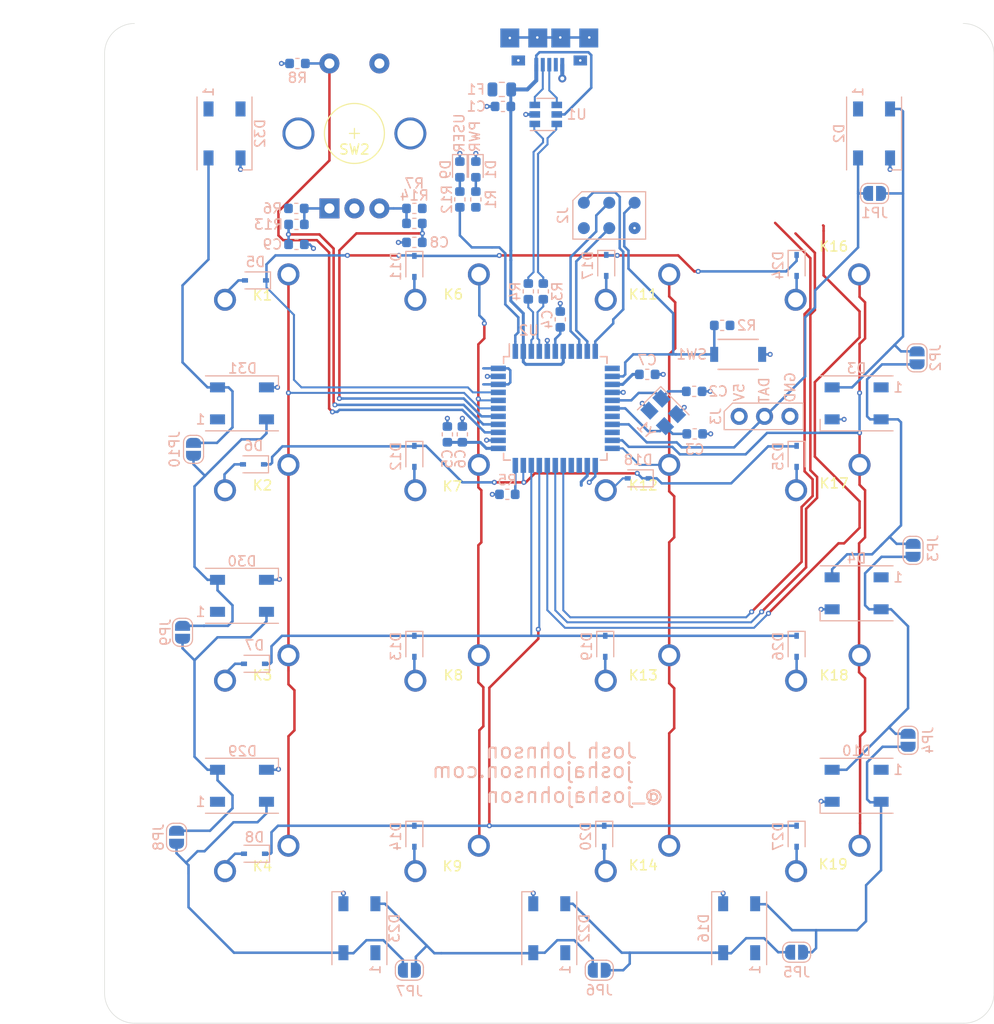
<source format=kicad_pcb>
(kicad_pcb (version 20171130) (host pcbnew "(5.1.4)-1")
  (layers (0 F.Cu signal) (31 B.Cu signal) (34 B.Paste user) (35 F.Paste user) (36 B.SilkS user) (37 F.SilkS user) (38 B.Mask user) (39 F.Mask user) (44 Edge.Cuts user))
  (net 0 "")
  (net 1 GND)
  (net 2 VBUS)
  (net 3 "Net-(C2-Pad1)")
  (net 4 "Net-(C3-Pad1)")
  (net 5 "Net-(C4-Pad1)")
  (net 6 +5V)
  (net 7 "Net-(D1-Pad2)")
  (net 8 /LED_DAT)
  (net 9 "Net-(D2-Pad2)")
  (net 10 "Net-(D3-Pad2)")
  (net 11 "Net-(D10-Pad4)")
  (net 12 "Net-(D5-Pad2)")
  (net 13 /row1)
  (net 14 /row2)
  (net 15 "Net-(D6-Pad2)")
  (net 16 "Net-(D7-Pad2)")
  (net 17 /row3)
  (net 18 /row4)
  (net 19 "Net-(D8-Pad2)")
  (net 20 "Net-(D10-Pad2)")
  (net 21 "Net-(D11-Pad2)")
  (net 22 "Net-(D12-Pad2)")
  (net 23 "Net-(D13-Pad2)")
  (net 24 "Net-(D14-Pad2)")
  (net 25 "Net-(D16-Pad2)")
  (net 26 "Net-(D17-Pad2)")
  (net 27 "Net-(D18-Pad2)")
  (net 28 "Net-(D19-Pad2)")
  (net 29 "Net-(D20-Pad2)")
  (net 30 "Net-(D22-Pad2)")
  (net 31 "Net-(D23-Pad2)")
  (net 32 "Net-(D24-Pad2)")
  (net 33 "Net-(D25-Pad2)")
  (net 34 "Net-(D26-Pad2)")
  (net 35 "Net-(D27-Pad2)")
  (net 36 /MISO)
  (net 37 /MOSI)
  (net 38 /SCK)
  (net 39 /nRST)
  (net 40 /col1)
  (net 41 /col2)
  (net 42 /col3)
  (net 43 /col4)
  (net 44 /D+)
  (net 45 /D-)
  (net 46 "Net-(R5-Pad1)")
  (net 47 "Net-(D29-Pad2)")
  (net 48 "Net-(D30-Pad2)")
  (net 49 "Net-(D31-Pad2)")
  (net 50 /ENC_1_A)
  (net 51 /ENC_1_B)
  (net 52 /ENC_1_SW)
  (net 53 "Net-(D9-Pad2)")
  (net 54 /USER_LED)
  (net 55 "Net-(J1-Pad3)")
  (net 56 "Net-(J1-Pad2)")
  (net 57 "Net-(R13-Pad1)")
  (net 58 "Net-(R14-Pad1)")
  (net 59 "Net-(R3-Pad1)")
  (net 60 "Net-(R4-Pad1)")
  (module keyboard:SW_Cherry_MX1A_1.00u_PCB (layer F.Cu) (at 171.4 76.2)
    (fp_text reference K16 (at 0.06 -7.894) (layer F.SilkS))
    (fp_text value KEYSW)
    (pad "" np_thru_hole circle (at 5.14 -0.02) (size 1.7 1.7) (drill 1.7) (layers *.Cu *.Mask))
    (pad "" np_thru_hole circle (at -5.02 -0.02) (size 1.7 1.7) (drill 1.7) (layers *.Cu *.Mask))
    (pad "" np_thru_hole circle (at 0.06 -0.02) (size 4 4) (drill 4) (layers *.Cu *.Mask))
    (pad 2 thru_hole circle (at -3.75 -2.56) (size 2.2 2.2) (drill 1.5) (layers *.Cu *.Mask) (net 32 "Net-(D24-Pad2)"))
    (pad 1 thru_hole circle (at 2.6 -5.1) (size 2.2 2.2) (drill 1.5) (layers *.Cu *.Mask) (net 43 /col4))
  )
  (module Resistor_SMD:R_0603_1608Metric (layer B.Cu) (at 129.5 66)
    (fp_text reference R14 (at 0 -2.8) (layer B.SilkS) (effects (justify mirror)))
    (fp_text value 10K)
    (pad 2 smd roundrect (at 0.7875 0) (size 0.875 0.95) (layers B.Cu B.Paste B.Mask) (net 51 /ENC_1_B))
    (pad 1 smd roundrect (at -0.7875 0) (size 0.875 0.95) (layers B.Cu B.Paste B.Mask) (net 58 "Net-(R14-Pad1)"))
  )
  (module Resistor_SMD:R_0603_1608Metric (layer B.Cu) (at 117.7 66.1 180)
    (fp_text reference R13 (at 2.8 0) (layer B.SilkS) (effects (justify mirror)))
    (fp_text value 10K)
    (pad 2 smd roundrect (at 0.7875 0 180) (size 0.875 0.95) (layers B.Cu B.Paste B.Mask) (net 50 /ENC_1_A))
    (pad 1 smd roundrect (at -0.7875 0 180) (size 0.875 0.95) (layers B.Cu B.Paste B.Mask) (net 57 "Net-(R13-Pad1)"))
  )
  (module Capacitor_SMD:C_0603_1608Metric (layer B.Cu) (at 117.7 68.1)
    (fp_text reference C9 (at -2.4 0) (layer B.SilkS) (effects (justify mirror)))
    (fp_text value 100n)
    (pad 2 smd roundrect (at 0.7875 0) (size 0.875 0.95) (layers B.Cu B.Paste B.Mask) (net 1 GND))
    (pad 1 smd roundrect (at -0.7875 0) (size 0.875 0.95) (layers B.Cu B.Paste B.Mask) (net 50 /ENC_1_A))
  )
  (module Capacitor_SMD:C_0603_1608Metric (layer B.Cu) (at 129.5 67.9 180)
    (fp_text reference C8 (at -2.5 0) (layer B.SilkS) (effects (justify mirror)))
    (fp_text value 100n)
    (pad 2 smd roundrect (at 0.7875 0 180) (size 0.875 0.95) (layers B.Cu B.Paste B.Mask) (net 1 GND))
    (pad 1 smd roundrect (at -0.7875 0 180) (size 0.875 0.95) (layers B.Cu B.Paste B.Mask) (net 51 /ENC_1_B))
  )
  (module keyboard:MicroUSB_Aliexpress (layer B.Cu) (at 143 46)
    (fp_text reference J1 hide)
    (fp_text value USB_B_Micro)
    (pad 2 smd rect (at -0.65 4.125) (size 0.4 1.35) (layers B.Cu B.Paste B.Mask) (net 56 "Net-(J1-Pad2)"))
    (pad 1 smd rect (at -1.3 4.125) (size 0.4 1.35) (layers B.Cu B.Paste B.Mask) (net 2 VBUS))
    (pad 4 smd rect (at 0.65 4.125) (size 0.4 1.35) (layers B.Cu B.Paste B.Mask))
    (pad 5 smd rect (at 1.3 4.125) (size 0.4 1.35) (layers B.Cu B.Paste B.Mask) (net 1 GND))
    (pad "" np_thru_hole circle (at 2 3.58) (size 0.6 0.6) (drill 0.6) (layers *.Mask B.Cu) (clearance 0.01))
    (pad "" np_thru_hole circle (at -2 3.58) (size 0.6 0.6) (drill 0.6) (layers *.Cu *.Mask) (clearance 0.01))
    (pad 3 smd rect (at 0 4.125) (size 0.4 1.35) (layers B.Cu B.Paste B.Mask) (net 55 "Net-(J1-Pad3)"))
    (pad 6 smd rect (at -3.1 3.7) (size 1.35 1) (layers B.Cu B.Paste B.Mask) (net 1 GND) (clearance 0.01))
    (pad 6 smd rect (at 3.1 3.7) (size 1.35 1) (layers B.Cu B.Paste B.Mask) (net 1 GND) (clearance 0.01))
    (pad 6 smd rect (at 3.95 1.45) (size 1.9 1.9) (layers B.Cu B.Paste B.Mask) (net 1 GND))
    (pad 6 smd rect (at -3.95 1.45) (size 1.9 1.9) (layers B.Cu B.Paste B.Mask) (net 1 GND))
    (pad 6 smd rect (at -1.15 1.45) (size 1.9 1.9) (layers B.Cu B.Paste B.Mask) (net 1 GND))
    (pad 6 smd rect (at 1.15 1.45) (size 1.9 1.9) (layers B.Cu B.Paste B.Mask) (net 1 GND))
  )
  (module keyboard:SW_Cherry_MX1A_1.00u_PCB (layer F.Cu) (at 114.3 76.2)
    (fp_text reference K1 (at 0 -3) (layer F.SilkS))
    (fp_text value KEYSW)
    (pad "" np_thru_hole circle (at 5.14 -0.02) (size 1.7 1.7) (drill 1.7) (layers *.Cu *.Mask))
    (pad "" np_thru_hole circle (at -5.02 -0.02) (size 1.7 1.7) (drill 1.7) (layers *.Cu *.Mask))
    (pad "" np_thru_hole circle (at 0.06 -0.02) (size 4 4) (drill 4) (layers *.Cu *.Mask))
    (pad 2 thru_hole circle (at -3.75 -2.56) (size 2.2 2.2) (drill 1.5) (layers *.Cu *.Mask) (net 12 "Net-(D5-Pad2)"))
    (pad 1 thru_hole circle (at 2.6 -5.1) (size 2.2 2.2) (drill 1.5) (layers *.Cu *.Mask) (net 40 /col1))
  )
  (module keyboard:SW_Cherry_MX1A_1.00u_PCB (layer F.Cu) (at 114.3 95.25)
    (fp_text reference K2 (at 0 -3.05) (layer F.SilkS))
    (fp_text value KEYSW)
    (pad "" np_thru_hole circle (at 5.14 -0.02) (size 1.7 1.7) (drill 1.7) (layers *.Cu *.Mask))
    (pad "" np_thru_hole circle (at -5.02 -0.02) (size 1.7 1.7) (drill 1.7) (layers *.Cu *.Mask))
    (pad "" np_thru_hole circle (at 0.06 -0.02) (size 4 4) (drill 4) (layers *.Cu *.Mask))
    (pad 2 thru_hole circle (at -3.75 -2.56) (size 2.2 2.2) (drill 1.5) (layers *.Cu *.Mask) (net 15 "Net-(D6-Pad2)"))
    (pad 1 thru_hole circle (at 2.6 -5.1) (size 2.2 2.2) (drill 1.5) (layers *.Cu *.Mask) (net 40 /col1))
  )
  (module keyboard:SW_Cherry_MX1A_1.00u_PCB (layer F.Cu) (at 114.3 114.3)
    (fp_text reference K3 (at 0 -3.1) (layer F.SilkS))
    (fp_text value KEYSW)
    (pad "" np_thru_hole circle (at 5.14 -0.02) (size 1.7 1.7) (drill 1.7) (layers *.Cu *.Mask))
    (pad "" np_thru_hole circle (at -5.02 -0.02) (size 1.7 1.7) (drill 1.7) (layers *.Cu *.Mask))
    (pad "" np_thru_hole circle (at 0.06 -0.02) (size 4 4) (drill 4) (layers *.Cu *.Mask))
    (pad 2 thru_hole circle (at -3.75 -2.56) (size 2.2 2.2) (drill 1.5) (layers *.Cu *.Mask) (net 16 "Net-(D7-Pad2)"))
    (pad 1 thru_hole circle (at 2.6 -5.1) (size 2.2 2.2) (drill 1.5) (layers *.Cu *.Mask) (net 40 /col1))
  )
  (module keyboard:SW_Cherry_MX1A_1.00u_PCB (layer F.Cu) (at 114.3 133.35)
    (fp_text reference K4 (at 0 -3.05) (layer F.SilkS))
    (fp_text value KEYSW)
    (pad "" np_thru_hole circle (at 5.14 -0.02) (size 1.7 1.7) (drill 1.7) (layers *.Cu *.Mask))
    (pad "" np_thru_hole circle (at -5.02 -0.02) (size 1.7 1.7) (drill 1.7) (layers *.Cu *.Mask))
    (pad "" np_thru_hole circle (at 0.06 -0.02) (size 4 4) (drill 4) (layers *.Cu *.Mask))
    (pad 2 thru_hole circle (at -3.75 -2.56) (size 2.2 2.2) (drill 1.5) (layers *.Cu *.Mask) (net 19 "Net-(D8-Pad2)"))
    (pad 1 thru_hole circle (at 2.6 -5.1) (size 2.2 2.2) (drill 1.5) (layers *.Cu *.Mask) (net 40 /col1))
  )
  (module keyboard:SW_Cherry_MX1A_1.00u_PCB (layer F.Cu) (at 133.35 76.2)
    (fp_text reference K6 (at 0.05 -3.1) (layer F.SilkS))
    (fp_text value KEYSW)
    (pad "" np_thru_hole circle (at 5.14 -0.02) (size 1.7 1.7) (drill 1.7) (layers *.Cu *.Mask))
    (pad "" np_thru_hole circle (at -5.02 -0.02) (size 1.7 1.7) (drill 1.7) (layers *.Cu *.Mask))
    (pad "" np_thru_hole circle (at 0.06 -0.02) (size 4 4) (drill 4) (layers *.Cu *.Mask))
    (pad 2 thru_hole circle (at -3.75 -2.56) (size 2.2 2.2) (drill 1.5) (layers *.Cu *.Mask) (net 21 "Net-(D11-Pad2)"))
    (pad 1 thru_hole circle (at 2.6 -5.1) (size 2.2 2.2) (drill 1.5) (layers *.Cu *.Mask) (net 41 /col2))
  )
  (module keyboard:SW_Cherry_MX1A_1.00u_PCB (layer F.Cu) (at 133.35 95.25)
    (fp_text reference K7 (at -0.05 -2.95) (layer F.SilkS))
    (fp_text value KEYSW)
    (pad "" np_thru_hole circle (at 5.14 -0.02) (size 1.7 1.7) (drill 1.7) (layers *.Cu *.Mask))
    (pad "" np_thru_hole circle (at -5.02 -0.02) (size 1.7 1.7) (drill 1.7) (layers *.Cu *.Mask))
    (pad "" np_thru_hole circle (at 0.06 -0.02) (size 4 4) (drill 4) (layers *.Cu *.Mask))
    (pad 2 thru_hole circle (at -3.75 -2.56) (size 2.2 2.2) (drill 1.5) (layers *.Cu *.Mask) (net 22 "Net-(D12-Pad2)"))
    (pad 1 thru_hole circle (at 2.6 -5.1) (size 2.2 2.2) (drill 1.5) (layers *.Cu *.Mask) (net 41 /col2))
  )
  (module keyboard:SW_Cherry_MX1A_1.00u_PCB (layer F.Cu) (at 133.35 114.3)
    (fp_text reference K8 (at 0.05 -3.1) (layer F.SilkS))
    (fp_text value KEYSW)
    (pad "" np_thru_hole circle (at 5.14 -0.02) (size 1.7 1.7) (drill 1.7) (layers *.Cu *.Mask))
    (pad "" np_thru_hole circle (at -5.02 -0.02) (size 1.7 1.7) (drill 1.7) (layers *.Cu *.Mask))
    (pad "" np_thru_hole circle (at 0.06 -0.02) (size 4 4) (drill 4) (layers *.Cu *.Mask))
    (pad 2 thru_hole circle (at -3.75 -2.56) (size 2.2 2.2) (drill 1.5) (layers *.Cu *.Mask) (net 23 "Net-(D13-Pad2)"))
    (pad 1 thru_hole circle (at 2.6 -5.1) (size 2.2 2.2) (drill 1.5) (layers *.Cu *.Mask) (net 41 /col2))
  )
  (module keyboard:SW_Cherry_MX1A_1.00u_PCB (layer F.Cu) (at 133.35 133.35)
    (fp_text reference K9 (at -0.05 -3.05) (layer F.SilkS))
    (fp_text value KEYSW)
    (pad "" np_thru_hole circle (at 5.14 -0.02) (size 1.7 1.7) (drill 1.7) (layers *.Cu *.Mask))
    (pad "" np_thru_hole circle (at -5.02 -0.02) (size 1.7 1.7) (drill 1.7) (layers *.Cu *.Mask))
    (pad "" np_thru_hole circle (at 0.06 -0.02) (size 4 4) (drill 4) (layers *.Cu *.Mask))
    (pad 2 thru_hole circle (at -3.75 -2.56) (size 2.2 2.2) (drill 1.5) (layers *.Cu *.Mask) (net 24 "Net-(D14-Pad2)"))
    (pad 1 thru_hole circle (at 2.6 -5.1) (size 2.2 2.2) (drill 1.5) (layers *.Cu *.Mask) (net 41 /col2))
  )
  (module keyboard:SW_Cherry_MX1A_1.00u_PCB (layer F.Cu) (at 152.4 76.2)
    (fp_text reference K11 (at 0 -3.1) (layer F.SilkS))
    (fp_text value KEYSW)
    (pad "" np_thru_hole circle (at 5.14 -0.02) (size 1.7 1.7) (drill 1.7) (layers *.Cu *.Mask))
    (pad "" np_thru_hole circle (at -5.02 -0.02) (size 1.7 1.7) (drill 1.7) (layers *.Cu *.Mask))
    (pad "" np_thru_hole circle (at 0.06 -0.02) (size 4 4) (drill 4) (layers *.Cu *.Mask))
    (pad 2 thru_hole circle (at -3.75 -2.56) (size 2.2 2.2) (drill 1.5) (layers *.Cu *.Mask) (net 26 "Net-(D17-Pad2)"))
    (pad 1 thru_hole circle (at 2.6 -5.1) (size 2.2 2.2) (drill 1.5) (layers *.Cu *.Mask) (net 42 /col3))
  )
  (module keyboard:SW_Cherry_MX1A_1.00u_PCB (layer F.Cu) (at 152.4 95.25)
    (fp_text reference K12 (at 0 -3.05) (layer F.SilkS))
    (fp_text value KEYSW)
    (pad "" np_thru_hole circle (at 5.14 -0.02) (size 1.7 1.7) (drill 1.7) (layers *.Cu *.Mask))
    (pad "" np_thru_hole circle (at -5.02 -0.02) (size 1.7 1.7) (drill 1.7) (layers *.Cu *.Mask))
    (pad "" np_thru_hole circle (at 0.06 -0.02) (size 4 4) (drill 4) (layers *.Cu *.Mask))
    (pad 2 thru_hole circle (at -3.75 -2.56) (size 2.2 2.2) (drill 1.5) (layers *.Cu *.Mask) (net 27 "Net-(D18-Pad2)"))
    (pad 1 thru_hole circle (at 2.6 -5.1) (size 2.2 2.2) (drill 1.5) (layers *.Cu *.Mask) (net 42 /col3))
  )
  (module keyboard:SW_Cherry_MX1A_1.00u_PCB (layer F.Cu) (at 152.4 114.3)
    (fp_text reference K13 (at 0 -3.1) (layer F.SilkS))
    (fp_text value KEYSW)
    (pad "" np_thru_hole circle (at 5.14 -0.02) (size 1.7 1.7) (drill 1.7) (layers *.Cu *.Mask))
    (pad "" np_thru_hole circle (at -5.02 -0.02) (size 1.7 1.7) (drill 1.7) (layers *.Cu *.Mask))
    (pad "" np_thru_hole circle (at 0.06 -0.02) (size 4 4) (drill 4) (layers *.Cu *.Mask))
    (pad 2 thru_hole circle (at -3.75 -2.56) (size 2.2 2.2) (drill 1.5) (layers *.Cu *.Mask) (net 28 "Net-(D19-Pad2)"))
    (pad 1 thru_hole circle (at 2.6 -5.1) (size 2.2 2.2) (drill 1.5) (layers *.Cu *.Mask) (net 42 /col3))
  )
  (module keyboard:SW_Cherry_MX1A_1.00u_PCB (layer F.Cu) (at 152.4 133.35)
    (fp_text reference K14 (at 0 -3.15) (layer F.SilkS))
    (fp_text value KEYSW)
    (pad "" np_thru_hole circle (at 5.14 -0.02) (size 1.7 1.7) (drill 1.7) (layers *.Cu *.Mask))
    (pad "" np_thru_hole circle (at -5.02 -0.02) (size 1.7 1.7) (drill 1.7) (layers *.Cu *.Mask))
    (pad "" np_thru_hole circle (at 0.06 -0.02) (size 4 4) (drill 4) (layers *.Cu *.Mask))
    (pad 2 thru_hole circle (at -3.75 -2.56) (size 2.2 2.2) (drill 1.5) (layers *.Cu *.Mask) (net 29 "Net-(D20-Pad2)"))
    (pad 1 thru_hole circle (at 2.6 -5.1) (size 2.2 2.2) (drill 1.5) (layers *.Cu *.Mask) (net 42 /col3))
  )
  (module keyboard:SW_Cherry_MX1A_1.00u_PCB (layer F.Cu) (at 171.45 95.25)
    (fp_text reference K17 (at 0.05 -3.25) (layer F.SilkS))
    (fp_text value KEYSW)
    (pad "" np_thru_hole circle (at 5.14 -0.02) (size 1.7 1.7) (drill 1.7) (layers *.Cu *.Mask))
    (pad "" np_thru_hole circle (at -5.02 -0.02) (size 1.7 1.7) (drill 1.7) (layers *.Cu *.Mask))
    (pad "" np_thru_hole circle (at 0.06 -0.02) (size 4 4) (drill 4) (layers *.Cu *.Mask))
    (pad 2 thru_hole circle (at -3.75 -2.56) (size 2.2 2.2) (drill 1.5) (layers *.Cu *.Mask) (net 33 "Net-(D25-Pad2)"))
    (pad 1 thru_hole circle (at 2.6 -5.1) (size 2.2 2.2) (drill 1.5) (layers *.Cu *.Mask) (net 43 /col4))
  )
  (module keyboard:SW_Cherry_MX1A_1.00u_PCB (layer F.Cu) (at 171.45 114.3)
    (fp_text reference K18 (at 0.05 -3.1) (layer F.SilkS))
    (fp_text value KEYSW)
    (pad "" np_thru_hole circle (at 5.14 -0.02) (size 1.7 1.7) (drill 1.7) (layers *.Cu *.Mask))
    (pad "" np_thru_hole circle (at -5.02 -0.02) (size 1.7 1.7) (drill 1.7) (layers *.Cu *.Mask))
    (pad "" np_thru_hole circle (at 0.06 -0.02) (size 4 4) (drill 4) (layers *.Cu *.Mask))
    (pad 2 thru_hole circle (at -3.75 -2.56) (size 2.2 2.2) (drill 1.5) (layers *.Cu *.Mask) (net 34 "Net-(D26-Pad2)"))
    (pad 1 thru_hole circle (at 2.6 -5.1) (size 2.2 2.2) (drill 1.5) (layers *.Cu *.Mask) (net 43 /col4))
  )
  (module keyboard:SW_Cherry_MX1A_1.00u_PCB (layer F.Cu) (at 171.45 133.35)
    (fp_text reference K19 (at -0.05 -3.25) (layer F.SilkS))
    (fp_text value KEYSW)
    (pad "" np_thru_hole circle (at 5.14 -0.02) (size 1.7 1.7) (drill 1.7) (layers *.Cu *.Mask))
    (pad "" np_thru_hole circle (at -5.02 -0.02) (size 1.7 1.7) (drill 1.7) (layers *.Cu *.Mask))
    (pad "" np_thru_hole circle (at 0.06 -0.02) (size 4 4) (drill 4) (layers *.Cu *.Mask))
    (pad 2 thru_hole circle (at -3.75 -2.56) (size 2.2 2.2) (drill 1.5) (layers *.Cu *.Mask) (net 35 "Net-(D27-Pad2)"))
    (pad 1 thru_hole circle (at 2.6 -5.1) (size 2.2 2.2) (drill 1.5) (layers *.Cu *.Mask) (net 43 /col4))
  )
  (module keyboard:RotaryEncoder_Alps_EC11E-Switch_Vertical_H20mm_CircularMountingHoles (layer F.Cu) (at 123.5 57 90)
    (fp_text reference SW2 (at -1.6 0 180) (layer F.SilkS))
    (fp_text value Rotary_Encoder_Switch)
    (pad A thru_hole rect (at -7.5 -2.5 90) (size 2 2) (drill 1) (layers *.Cu *.Mask) (net 57 "Net-(R13-Pad1)"))
    (pad C thru_hole circle (at -7.5 0 90) (size 2 2) (drill 1) (layers *.Cu *.Mask) (net 1 GND))
    (pad B thru_hole circle (at -7.5 2.5 90) (size 2 2) (drill 1) (layers *.Cu *.Mask) (net 58 "Net-(R14-Pad1)"))
    (pad MP thru_hole circle (at 0 -5.6 90) (size 3.2 3.2) (drill 2.6) (layers *.Cu *.Mask))
    (pad MP thru_hole circle (at 0 5.6 90) (size 3.2 3.2) (drill 2.6) (layers *.Cu *.Mask))
    (pad S2 thru_hole circle (at 7 -2.5 90) (size 2 2) (drill 1) (layers *.Cu *.Mask) (net 52 /ENC_1_SW))
    (pad S1 thru_hole circle (at 7 2.5 90) (size 2 2) (drill 1) (layers *.Cu *.Mask) (net 6 +5V))
  )
  (module Crystal:Crystal_SMD_3225-4Pin_3.2x2.5mm (layer B.Cu) (at 154.4 84.9 315)
    (fp_text reference Y1 (at 0 2.450001 315) (layer B.SilkS) (effects (justify mirror)))
    (fp_text value 16MHz)
    (pad 4 smd rect (at -1.1 0.85 315) (size 1.4 1.2) (layers B.Cu B.Paste B.Mask) (net 1 GND))
    (pad 3 smd rect (at 1.1 0.85 315) (size 1.4 1.2) (layers B.Cu B.Paste B.Mask) (net 4 "Net-(C3-Pad1)"))
    (pad 2 smd rect (at 1.1 -0.85 315) (size 1.4 1.2) (layers B.Cu B.Paste B.Mask) (net 1 GND))
    (pad 1 smd rect (at -1.1 -0.85 315) (size 1.4 1.2) (layers B.Cu B.Paste B.Mask) (net 3 "Net-(C2-Pad1)"))
  )
  (module MountingHole:MountingHole_3.2mm_M3_ISO14580 (layer F.Cu) (at 184.5 143)
    (fp_text reference H4 hide)
    (fp_text value MH-M3)
    (pad 1 np_thru_hole circle (at 0 0) (size 3.2 3.2) (drill 3.2) (layers *.Cu *.Mask))
  )
  (module MountingHole:MountingHole_3.2mm_M3_ISO14580 (layer F.Cu) (at 184.5 49)
    (fp_text reference H3 hide)
    (fp_text value MH-M3)
    (pad 1 np_thru_hole circle (at 0 0) (size 3.2 3.2) (drill 3.2) (layers *.Cu *.Mask))
  )
  (module MountingHole:MountingHole_3.2mm_M3_ISO14580 (layer F.Cu) (at 101.5 143)
    (fp_text reference H2 hide)
    (fp_text value MH-M3)
    (pad 1 np_thru_hole circle (at 0 0) (size 3.2 3.2) (drill 3.2) (layers *.Cu *.Mask))
  )
  (module MountingHole:MountingHole_3.2mm_M3_ISO14580 (layer F.Cu) (at 101.5 49)
    (fp_text reference H1 hide)
    (fp_text value MH-M3)
    (pad 1 np_thru_hole circle (at 0 0) (size 3.2 3.2) (drill 3.2) (layers *.Cu *.Mask))
  )
  (module Package_QFP:TQFP-44_10x10mm_P0.8mm (layer B.Cu) (at 143.6 84.5 270)
    (fp_text reference U2 (at -7.8 2.65) (layer B.SilkS) (effects (justify mirror)))
    (fp_text value ATMEGA32U4)
    (pad 44 smd rect (at -4 5.7 180) (size 1.5 0.55) (layers B.Cu B.Paste B.Mask) (net 6 +5V))
    (pad 43 smd rect (at -3.2 5.7 180) (size 1.5 0.55) (layers B.Cu B.Paste B.Mask) (net 1 GND))
    (pad 42 smd rect (at -2.4 5.7 180) (size 1.5 0.55) (layers B.Cu B.Paste B.Mask) (net 6 +5V))
    (pad 41 smd rect (at -1.6 5.7 180) (size 1.5 0.55) (layers B.Cu B.Paste B.Mask) (net 13 /row1))
    (pad 40 smd rect (at -0.8 5.7 180) (size 1.5 0.55) (layers B.Cu B.Paste B.Mask) (net 41 /col2))
    (pad 39 smd rect (at 0 5.7 180) (size 1.5 0.55) (layers B.Cu B.Paste B.Mask) (net 40 /col1))
    (pad 38 smd rect (at 0.8 5.7 180) (size 1.5 0.55) (layers B.Cu B.Paste B.Mask) (net 51 /ENC_1_B))
    (pad 37 smd rect (at 1.6 5.7 180) (size 1.5 0.55) (layers B.Cu B.Paste B.Mask) (net 50 /ENC_1_A))
    (pad 36 smd rect (at 2.4 5.7 180) (size 1.5 0.55) (layers B.Cu B.Paste B.Mask) (net 52 /ENC_1_SW))
    (pad 35 smd rect (at 3.2 5.7 180) (size 1.5 0.55) (layers B.Cu B.Paste B.Mask) (net 1 GND))
    (pad 34 smd rect (at 4 5.7 180) (size 1.5 0.55) (layers B.Cu B.Paste B.Mask) (net 6 +5V))
    (pad 33 smd rect (at 5.7 4 270) (size 1.5 0.55) (layers B.Cu B.Paste B.Mask) (net 46 "Net-(R5-Pad1)"))
    (pad 32 smd rect (at 5.7 3.2 270) (size 1.5 0.55) (layers B.Cu B.Paste B.Mask) (net 14 /row2))
    (pad 31 smd rect (at 5.7 2.4 270) (size 1.5 0.55) (layers B.Cu B.Paste B.Mask) (net 17 /row3))
    (pad 30 smd rect (at 5.7 1.6 270) (size 1.5 0.55) (layers B.Cu B.Paste B.Mask) (net 18 /row4))
    (pad 29 smd rect (at 5.7 0.8 270) (size 1.5 0.55) (layers B.Cu B.Paste B.Mask))
    (pad 28 smd rect (at 5.7 0 270) (size 1.5 0.55) (layers B.Cu B.Paste B.Mask))
    (pad 27 smd rect (at 5.7 -0.8 270) (size 1.5 0.55) (layers B.Cu B.Paste B.Mask))
    (pad 26 smd rect (at 5.7 -1.6 270) (size 1.5 0.55) (layers B.Cu B.Paste B.Mask))
    (pad 25 smd rect (at 5.7 -2.4 270) (size 1.5 0.55) (layers B.Cu B.Paste B.Mask))
    (pad 24 smd rect (at 5.7 -3.2 270) (size 1.5 0.55) (layers B.Cu B.Paste B.Mask) (net 6 +5V))
    (pad 23 smd rect (at 5.7 -4 270) (size 1.5 0.55) (layers B.Cu B.Paste B.Mask) (net 1 GND))
    (pad 22 smd rect (at 4 -5.7 180) (size 1.5 0.55) (layers B.Cu B.Paste B.Mask) (net 42 /col3))
    (pad 21 smd rect (at 3.2 -5.7 180) (size 1.5 0.55) (layers B.Cu B.Paste B.Mask) (net 43 /col4))
    (pad 20 smd rect (at 2.4 -5.7 180) (size 1.5 0.55) (layers B.Cu B.Paste B.Mask))
    (pad 19 smd rect (at 1.6 -5.7 180) (size 1.5 0.55) (layers B.Cu B.Paste B.Mask) (net 8 /LED_DAT))
    (pad 18 smd rect (at 0.8 -5.7 180) (size 1.5 0.55) (layers B.Cu B.Paste B.Mask))
    (pad 17 smd rect (at 0 -5.7 180) (size 1.5 0.55) (layers B.Cu B.Paste B.Mask) (net 4 "Net-(C3-Pad1)"))
    (pad 16 smd rect (at -0.8 -5.7 180) (size 1.5 0.55) (layers B.Cu B.Paste B.Mask) (net 3 "Net-(C2-Pad1)"))
    (pad 15 smd rect (at -1.6 -5.7 180) (size 1.5 0.55) (layers B.Cu B.Paste B.Mask) (net 1 GND))
    (pad 14 smd rect (at -2.4 -5.7 180) (size 1.5 0.55) (layers B.Cu B.Paste B.Mask) (net 6 +5V))
    (pad 13 smd rect (at -3.2 -5.7 180) (size 1.5 0.55) (layers B.Cu B.Paste B.Mask) (net 39 /nRST))
    (pad 12 smd rect (at -4 -5.7 180) (size 1.5 0.55) (layers B.Cu B.Paste B.Mask))
    (pad 11 smd rect (at -5.7 -4 270) (size 1.5 0.55) (layers B.Cu B.Paste B.Mask) (net 36 /MISO))
    (pad 10 smd rect (at -5.7 -3.2 270) (size 1.5 0.55) (layers B.Cu B.Paste B.Mask) (net 37 /MOSI))
    (pad 9 smd rect (at -5.7 -2.4 270) (size 1.5 0.55) (layers B.Cu B.Paste B.Mask) (net 38 /SCK))
    (pad 8 smd rect (at -5.7 -1.6 270) (size 1.5 0.55) (layers B.Cu B.Paste B.Mask))
    (pad 7 smd rect (at -5.7 -0.8 270) (size 1.5 0.55) (layers B.Cu B.Paste B.Mask) (net 2 VBUS))
    (pad 6 smd rect (at -5.7 0 270) (size 1.5 0.55) (layers B.Cu B.Paste B.Mask) (net 5 "Net-(C4-Pad1)"))
    (pad 5 smd rect (at -5.7 0.8 270) (size 1.5 0.55) (layers B.Cu B.Paste B.Mask) (net 1 GND))
    (pad 4 smd rect (at -5.7 1.6 270) (size 1.5 0.55) (layers B.Cu B.Paste B.Mask) (net 59 "Net-(R3-Pad1)"))
    (pad 3 smd rect (at -5.7 2.4 270) (size 1.5 0.55) (layers B.Cu B.Paste B.Mask) (net 60 "Net-(R4-Pad1)"))
    (pad 2 smd rect (at -5.7 3.2 270) (size 1.5 0.55) (layers B.Cu B.Paste B.Mask) (net 2 VBUS))
    (pad 1 smd rect (at -5.7 4 270) (size 1.5 0.55) (layers B.Cu B.Paste B.Mask) (net 54 /USER_LED))
  )
  (module Capacitor_SMD:C_0603_1608Metric (layer B.Cu) (at 138.3625 54.3 180)
    (fp_text reference C1 (at 2.6625 0 180) (layer B.SilkS) (effects (justify mirror)))
    (fp_text value 100n)
    (pad 2 smd roundrect (at 0.7875 0 180) (size 0.875 0.95) (layers B.Cu B.Paste B.Mask) (net 1 GND))
    (pad 1 smd roundrect (at -0.7875 0 180) (size 0.875 0.95) (layers B.Cu B.Paste B.Mask) (net 2 VBUS))
  )
  (module Capacitor_SMD:C_0603_1608Metric (layer B.Cu) (at 157.5 82.8)
    (fp_text reference C2 (at 2.4 0) (layer B.SilkS) (effects (justify mirror)))
    (fp_text value 22p)
    (pad 2 smd roundrect (at 0.7875 0) (size 0.875 0.95) (layers B.Cu B.Paste B.Mask) (net 1 GND))
    (pad 1 smd roundrect (at -0.7875 0) (size 0.875 0.95) (layers B.Cu B.Paste B.Mask) (net 3 "Net-(C2-Pad1)"))
  )
  (module Capacitor_SMD:C_0603_1608Metric (layer B.Cu) (at 157.55 87.05)
    (fp_text reference C3 (at 0 1.55) (layer B.SilkS) (effects (justify mirror)))
    (fp_text value 22p)
    (pad 2 smd roundrect (at 0.7875 0) (size 0.875 0.95) (layers B.Cu B.Paste B.Mask) (net 1 GND))
    (pad 1 smd roundrect (at -0.7875 0) (size 0.875 0.95) (layers B.Cu B.Paste B.Mask) (net 4 "Net-(C3-Pad1)"))
  )
  (module Capacitor_SMD:C_0603_1608Metric (layer B.Cu) (at 144.1 75.6 90)
    (fp_text reference C4 (at 0 -1.3 90) (layer B.SilkS) (effects (justify mirror)))
    (fp_text value 1u)
    (pad 2 smd roundrect (at 0.7875 0 90) (size 0.875 0.95) (layers B.Cu B.Paste B.Mask) (net 1 GND))
    (pad 1 smd roundrect (at -0.7875 0 90) (size 0.875 0.95) (layers B.Cu B.Paste B.Mask) (net 5 "Net-(C4-Pad1)"))
  )
  (module Capacitor_SMD:C_0603_1608Metric (layer B.Cu) (at 132.8 87.1 90)
    (fp_text reference C5 (at -2.45 0 90) (layer B.SilkS) (effects (justify mirror)))
    (fp_text value 1u)
    (pad 2 smd roundrect (at 0.7875 0 90) (size 0.875 0.95) (layers B.Cu B.Paste B.Mask) (net 1 GND))
    (pad 1 smd roundrect (at -0.7875 0 90) (size 0.875 0.95) (layers B.Cu B.Paste B.Mask) (net 6 +5V))
  )
  (module Capacitor_SMD:C_0603_1608Metric (layer B.Cu) (at 134.3 87.1 270)
    (fp_text reference C6 (at 2.45 0.2 270) (layer B.SilkS) (effects (justify mirror)))
    (fp_text value 100n)
    (pad 2 smd roundrect (at 0.7875 0 270) (size 0.875 0.95) (layers B.Cu B.Paste B.Mask) (net 6 +5V))
    (pad 1 smd roundrect (at -0.7875 0 270) (size 0.875 0.95) (layers B.Cu B.Paste B.Mask) (net 1 GND))
  )
  (module Capacitor_SMD:C_0603_1608Metric (layer B.Cu) (at 152.8 81.1 180)
    (fp_text reference C7 (at 0 1.43 180) (layer B.SilkS) (effects (justify mirror)))
    (fp_text value 100n)
    (pad 2 smd roundrect (at 0.7875 0 180) (size 0.875 0.95) (layers B.Cu B.Paste B.Mask) (net 6 +5V))
    (pad 1 smd roundrect (at -0.7875 0 180) (size 0.875 0.95) (layers B.Cu B.Paste B.Mask) (net 1 GND))
  )
  (module LED_SMD:LED_0603_1608Metric (layer B.Cu) (at 135.65 60.6 270)
    (fp_text reference D1 (at 0 -1.5 270) (layer B.SilkS) (effects (justify mirror)))
    (fp_text value LED)
    (pad 2 smd roundrect (at 0.7875 0 270) (size 0.875 0.95) (layers B.Cu B.Paste B.Mask) (net 7 "Net-(D1-Pad2)"))
    (pad 1 smd roundrect (at -0.7875 0 270) (size 0.875 0.95) (layers B.Cu B.Paste B.Mask) (net 1 GND))
  )
  (module keyboard:LED_WS2812B_PLCC4_5.0x5.0mm_P3.2mm (layer B.Cu) (at 175.5 57 270)
    (fp_text reference D2 (at 0 3.5 270) (layer B.SilkS) (effects (justify mirror)))
    (fp_text value WS2812B)
    (fp_text user 1 (at -4.15 1.6 270) (layer B.SilkS) (effects (justify mirror)))
    (pad 1 smd rect (at -2.45 1.6 270) (size 1.5 1) (layers B.Cu B.Paste B.Mask) (net 6 +5V))
    (pad 2 smd rect (at -2.45 -1.6 270) (size 1.5 1) (layers B.Cu B.Paste B.Mask) (net 9 "Net-(D2-Pad2)"))
    (pad 4 smd rect (at 2.45 1.6 270) (size 1.5 1) (layers B.Cu B.Paste B.Mask) (net 8 /LED_DAT))
    (pad 3 smd rect (at 2.45 -1.6 270) (size 1.5 1) (layers B.Cu B.Paste B.Mask) (net 1 GND))
  )
  (module keyboard:LED_WS2812B_PLCC4_5.0x5.0mm_P3.2mm (layer B.Cu) (at 173.75 84 180)
    (fp_text reference D3 (at 0 3.5 180) (layer B.SilkS) (effects (justify mirror)))
    (fp_text value WS2812B)
    (fp_text user 1 (at -4.15 1.6 180) (layer B.SilkS) (effects (justify mirror)))
    (pad 1 smd rect (at -2.45 1.6 180) (size 1.5 1) (layers B.Cu B.Paste B.Mask) (net 6 +5V))
    (pad 2 smd rect (at -2.45 -1.6 180) (size 1.5 1) (layers B.Cu B.Paste B.Mask) (net 10 "Net-(D3-Pad2)"))
    (pad 4 smd rect (at 2.45 1.6 180) (size 1.5 1) (layers B.Cu B.Paste B.Mask) (net 9 "Net-(D2-Pad2)"))
    (pad 3 smd rect (at 2.45 -1.6 180) (size 1.5 1) (layers B.Cu B.Paste B.Mask) (net 1 GND))
  )
  (module keyboard:LED_WS2812B_PLCC4_5.0x5.0mm_P3.2mm (layer B.Cu) (at 173.75 103 180)
    (fp_text reference D4 (at 0 3.5 180) (layer B.SilkS) (effects (justify mirror)))
    (fp_text value WS2812B)
    (fp_text user 1 (at -4.15 1.6 180) (layer B.SilkS) (effects (justify mirror)))
    (pad 1 smd rect (at -2.45 1.6 180) (size 1.5 1) (layers B.Cu B.Paste B.Mask) (net 6 +5V))
    (pad 2 smd rect (at -2.45 -1.6 180) (size 1.5 1) (layers B.Cu B.Paste B.Mask) (net 11 "Net-(D10-Pad4)"))
    (pad 4 smd rect (at 2.45 1.6 180) (size 1.5 1) (layers B.Cu B.Paste B.Mask) (net 10 "Net-(D3-Pad2)"))
    (pad 3 smd rect (at 2.45 -1.6 180) (size 1.5 1) (layers B.Cu B.Paste B.Mask) (net 1 GND))
  )
  (module Diode_SMD:D_SOD-323 (layer B.Cu) (at 113.6 71.7 180)
    (fp_text reference D5 (at 0 1.85 180) (layer B.SilkS) (effects (justify mirror)))
    (fp_text value D)
    (pad 2 smd rect (at 1.05 0 180) (size 0.6 0.45) (layers B.Cu B.Paste B.Mask) (net 12 "Net-(D5-Pad2)"))
    (pad 1 smd rect (at -1.05 0 180) (size 0.6 0.45) (layers B.Cu B.Paste B.Mask) (net 13 /row1))
  )
  (module Diode_SMD:D_SOD-323 (layer B.Cu) (at 113.4 90.1 180)
    (fp_text reference D6 (at 0 1.85 180) (layer B.SilkS) (effects (justify mirror)))
    (fp_text value D)
    (pad 2 smd rect (at 1.05 0 180) (size 0.6 0.45) (layers B.Cu B.Paste B.Mask) (net 15 "Net-(D6-Pad2)"))
    (pad 1 smd rect (at -1.05 0 180) (size 0.6 0.45) (layers B.Cu B.Paste B.Mask) (net 14 /row2))
  )
  (module Diode_SMD:D_SOD-323 (layer B.Cu) (at 113.5 110.05 180)
    (fp_text reference D7 (at 0 1.85 180) (layer B.SilkS) (effects (justify mirror)))
    (fp_text value D)
    (pad 2 smd rect (at 1.05 0 180) (size 0.6 0.45) (layers B.Cu B.Paste B.Mask) (net 16 "Net-(D7-Pad2)"))
    (pad 1 smd rect (at -1.05 0 180) (size 0.6 0.45) (layers B.Cu B.Paste B.Mask) (net 17 /row3))
  )
  (module Diode_SMD:D_SOD-323 (layer B.Cu) (at 113.5 129.05 180)
    (fp_text reference D8 (at 0 1.65 180) (layer B.SilkS) (effects (justify mirror)))
    (fp_text value D)
    (pad 2 smd rect (at 1.05 0 180) (size 0.6 0.45) (layers B.Cu B.Paste B.Mask) (net 19 "Net-(D8-Pad2)"))
    (pad 1 smd rect (at -1.05 0 180) (size 0.6 0.45) (layers B.Cu B.Paste B.Mask) (net 18 /row4))
  )
  (module keyboard:LED_WS2812B_PLCC4_5.0x5.0mm_P3.2mm (layer B.Cu) (at 173.75 122.25 180)
    (fp_text reference D10 (at 0 3.5 180) (layer B.SilkS) (effects (justify mirror)))
    (fp_text value WS2812B)
    (fp_text user 1 (at -4.15 1.6 180) (layer B.SilkS) (effects (justify mirror)))
    (pad 1 smd rect (at -2.45 1.6 180) (size 1.5 1) (layers B.Cu B.Paste B.Mask) (net 6 +5V))
    (pad 2 smd rect (at -2.45 -1.6 180) (size 1.5 1) (layers B.Cu B.Paste B.Mask) (net 20 "Net-(D10-Pad2)"))
    (pad 4 smd rect (at 2.45 1.6 180) (size 1.5 1) (layers B.Cu B.Paste B.Mask) (net 11 "Net-(D10-Pad4)"))
    (pad 3 smd rect (at 2.45 -1.6 180) (size 1.5 1) (layers B.Cu B.Paste B.Mask) (net 1 GND))
  )
  (module Diode_SMD:D_SOD-323 (layer B.Cu) (at 129.5 70.3 270)
    (fp_text reference D11 (at 0 1.85 270) (layer B.SilkS) (effects (justify mirror)))
    (fp_text value D)
    (pad 2 smd rect (at 1.05 0 270) (size 0.6 0.45) (layers B.Cu B.Paste B.Mask) (net 21 "Net-(D11-Pad2)"))
    (pad 1 smd rect (at -1.05 0 270) (size 0.6 0.45) (layers B.Cu B.Paste B.Mask) (net 13 /row1))
  )
  (module Diode_SMD:D_SOD-323 (layer B.Cu) (at 129.5 89.3 270)
    (fp_text reference D12 (at 0 1.85 270) (layer B.SilkS) (effects (justify mirror)))
    (fp_text value D)
    (pad 2 smd rect (at 1.05 0 270) (size 0.6 0.45) (layers B.Cu B.Paste B.Mask) (net 22 "Net-(D12-Pad2)"))
    (pad 1 smd rect (at -1.05 0 270) (size 0.6 0.45) (layers B.Cu B.Paste B.Mask) (net 14 /row2))
  )
  (module Diode_SMD:D_SOD-323 (layer B.Cu) (at 129.5 108.3 270)
    (fp_text reference D13 (at 0 1.85 270) (layer B.SilkS) (effects (justify mirror)))
    (fp_text value D)
    (pad 2 smd rect (at 1.05 0 270) (size 0.6 0.45) (layers B.Cu B.Paste B.Mask) (net 23 "Net-(D13-Pad2)"))
    (pad 1 smd rect (at -1.05 0 270) (size 0.6 0.45) (layers B.Cu B.Paste B.Mask) (net 17 /row3))
  )
  (module Diode_SMD:D_SOD-323 (layer B.Cu) (at 129.5 127.3 270)
    (fp_text reference D14 (at 0 1.85 270) (layer B.SilkS) (effects (justify mirror)))
    (fp_text value D)
    (pad 2 smd rect (at 1.05 0 270) (size 0.6 0.45) (layers B.Cu B.Paste B.Mask) (net 24 "Net-(D14-Pad2)"))
    (pad 1 smd rect (at -1.05 0 270) (size 0.6 0.45) (layers B.Cu B.Paste B.Mask) (net 18 /row4))
  )
  (module keyboard:LED_WS2812B_PLCC4_5.0x5.0mm_P3.2mm (layer B.Cu) (at 162 136.5 90)
    (fp_text reference D16 (at 0 -3.55 90) (layer B.SilkS) (effects (justify mirror)))
    (fp_text value WS2812B)
    (fp_text user 1 (at -4.15 1.6 90) (layer B.SilkS) (effects (justify mirror)))
    (pad 1 smd rect (at -2.45 1.6 90) (size 1.5 1) (layers B.Cu B.Paste B.Mask) (net 6 +5V))
    (pad 2 smd rect (at -2.45 -1.6 90) (size 1.5 1) (layers B.Cu B.Paste B.Mask) (net 25 "Net-(D16-Pad2)"))
    (pad 4 smd rect (at 2.45 1.6 90) (size 1.5 1) (layers B.Cu B.Paste B.Mask) (net 20 "Net-(D10-Pad2)"))
    (pad 3 smd rect (at 2.45 -1.6 90) (size 1.5 1) (layers B.Cu B.Paste B.Mask) (net 1 GND))
  )
  (module Diode_SMD:D_SOD-323 (layer B.Cu) (at 148.7 70.2 270)
    (fp_text reference D17 (at 0 1.85 270) (layer B.SilkS) (effects (justify mirror)))
    (fp_text value D)
    (pad 2 smd rect (at 1.05 0 270) (size 0.6 0.45) (layers B.Cu B.Paste B.Mask) (net 26 "Net-(D17-Pad2)"))
    (pad 1 smd rect (at -1.05 0 270) (size 0.6 0.45) (layers B.Cu B.Paste B.Mask) (net 13 /row1))
  )
  (module Diode_SMD:D_SOD-323 (layer B.Cu) (at 151.9 91.5 180)
    (fp_text reference D18 (at 0 1.85 180) (layer B.SilkS) (effects (justify mirror)))
    (fp_text value D)
    (pad 2 smd rect (at 1.05 0 180) (size 0.6 0.45) (layers B.Cu B.Paste B.Mask) (net 27 "Net-(D18-Pad2)"))
    (pad 1 smd rect (at -1.05 0 180) (size 0.6 0.45) (layers B.Cu B.Paste B.Mask) (net 14 /row2))
  )
  (module Diode_SMD:D_SOD-323 (layer B.Cu) (at 148.6 108.3 270)
    (fp_text reference D19 (at 0 1.85 270) (layer B.SilkS) (effects (justify mirror)))
    (fp_text value D)
    (pad 2 smd rect (at 1.05 0 270) (size 0.6 0.45) (layers B.Cu B.Paste B.Mask) (net 28 "Net-(D19-Pad2)"))
    (pad 1 smd rect (at -1.05 0 270) (size 0.6 0.45) (layers B.Cu B.Paste B.Mask) (net 17 /row3))
  )
  (module Diode_SMD:D_SOD-323 (layer B.Cu) (at 148.5 127.3 270)
    (fp_text reference D20 (at 0 1.85 270) (layer B.SilkS) (effects (justify mirror)))
    (fp_text value D)
    (pad 2 smd rect (at 1.05 0 270) (size 0.6 0.45) (layers B.Cu B.Paste B.Mask) (net 29 "Net-(D20-Pad2)"))
    (pad 1 smd rect (at -1.05 0 270) (size 0.6 0.45) (layers B.Cu B.Paste B.Mask) (net 18 /row4))
  )
  (module keyboard:LED_WS2812B_PLCC4_5.0x5.0mm_P3.2mm (layer B.Cu) (at 143 136.5 90)
    (fp_text reference D22 (at 0 3.5 90) (layer B.SilkS) (effects (justify mirror)))
    (fp_text value WS2812B)
    (fp_text user 1 (at -4.15 1.6 90) (layer B.SilkS) (effects (justify mirror)))
    (pad 1 smd rect (at -2.45 1.6 90) (size 1.5 1) (layers B.Cu B.Paste B.Mask) (net 6 +5V))
    (pad 2 smd rect (at -2.45 -1.6 90) (size 1.5 1) (layers B.Cu B.Paste B.Mask) (net 30 "Net-(D22-Pad2)"))
    (pad 4 smd rect (at 2.45 1.6 90) (size 1.5 1) (layers B.Cu B.Paste B.Mask) (net 25 "Net-(D16-Pad2)"))
    (pad 3 smd rect (at 2.45 -1.6 90) (size 1.5 1) (layers B.Cu B.Paste B.Mask) (net 1 GND))
  )
  (module Diode_SMD:D_SOD-323 (layer B.Cu) (at 167.75 70.2 270)
    (fp_text reference D24 (at 0 1.85 270) (layer B.SilkS) (effects (justify mirror)))
    (fp_text value D)
    (pad 2 smd rect (at 1.05 0 270) (size 0.6 0.45) (layers B.Cu B.Paste B.Mask) (net 32 "Net-(D24-Pad2)"))
    (pad 1 smd rect (at -1.05 0 270) (size 0.6 0.45) (layers B.Cu B.Paste B.Mask) (net 13 /row1))
  )
  (module Diode_SMD:D_SOD-323 (layer B.Cu) (at 167.75 89.3 270)
    (fp_text reference D25 (at 0 1.85 270) (layer B.SilkS) (effects (justify mirror)))
    (fp_text value D)
    (pad 2 smd rect (at 1.05 0 270) (size 0.6 0.45) (layers B.Cu B.Paste B.Mask) (net 33 "Net-(D25-Pad2)"))
    (pad 1 smd rect (at -1.05 0 270) (size 0.6 0.45) (layers B.Cu B.Paste B.Mask) (net 14 /row2))
  )
  (module Diode_SMD:D_SOD-323 (layer B.Cu) (at 167.75 108.3 270)
    (fp_text reference D26 (at 0 1.85 270) (layer B.SilkS) (effects (justify mirror)))
    (fp_text value D)
    (pad 2 smd rect (at 1.05 0 270) (size 0.6 0.45) (layers B.Cu B.Paste B.Mask) (net 34 "Net-(D26-Pad2)"))
    (pad 1 smd rect (at -1.05 0 270) (size 0.6 0.45) (layers B.Cu B.Paste B.Mask) (net 17 /row3))
  )
  (module Diode_SMD:D_SOD-323 (layer B.Cu) (at 167.75 127.3 270)
    (fp_text reference D27 (at 0 1.85 270) (layer B.SilkS) (effects (justify mirror)))
    (fp_text value D)
    (pad 2 smd rect (at 1.05 0 270) (size 0.6 0.45) (layers B.Cu B.Paste B.Mask) (net 35 "Net-(D27-Pad2)"))
    (pad 1 smd rect (at -1.05 0 270) (size 0.6 0.45) (layers B.Cu B.Paste B.Mask) (net 18 /row4))
  )
  (module keyboard:Fuse_0805_2012Metric (layer B.Cu) (at 138.25 52.6)
    (fp_text reference F1 (at -2.6 0) (layer B.SilkS) (effects (justify mirror)))
    (fp_text value 500mA)
    (pad 2 smd roundrect (at 0.9375 0) (size 0.975 1.4) (layers B.Cu B.Paste B.Mask) (net 2 VBUS))
    (pad 1 smd roundrect (at -0.9375 0) (size 0.975 1.4) (layers B.Cu B.Paste B.Mask) (net 6 +5V))
  )
  (module keyboard:AVR_Programmer_SMD (layer B.Cu) (at 149 65.2)
    (fp_text reference J2 (at -4.64 0 90) (layer B.SilkS) (effects (justify mirror)))
    (fp_text value AVR-ISP-6)
    (pad 5 smd circle (at 2.54 -1.27) (size 1.2 1.2) (layers B.Cu B.Mask) (net 39 /nRST))
    (pad 6 smd circle (at 2.54 1.27) (size 1.2 1.2) (layers B.Cu B.Mask) (net 1 GND))
    (pad 3 smd circle (at 0 -1.27) (size 1.2 1.2) (layers B.Cu B.Mask) (net 38 /SCK))
    (pad 4 smd circle (at 0 1.27) (size 1.2 1.2) (layers B.Cu B.Mask) (net 37 /MOSI))
    (pad 1 smd circle (at -2.54 -1.27) (size 1.2 1.2) (layers B.Cu B.Mask) (net 36 /MISO))
    (pad 2 smd circle (at -2.54 1.27) (size 1.2 1.2) (layers B.Cu B.Mask) (net 6 +5V))
  )
  (module keyboard:PinPad_1x03_P2.54mm (layer B.Cu) (at 162 85.3 270)
    (fp_text reference J3 (at 0 2.33 270) (layer B.SilkS) (effects (justify mirror)))
    (fp_text value "WS2812B Strip")
    (pad 3 thru_hole oval (at 0 -5.08 270) (size 1.7 1.7) (drill 1) (layers *.Cu *.Mask) (net 1 GND))
    (pad 2 thru_hole oval (at 0 -2.54 270) (size 1.7 1.7) (drill 1) (layers *.Cu *.Mask) (net 8 /LED_DAT))
    (pad 1 thru_hole circle (at 0 0 270) (size 1.7 1.7) (drill 1) (layers *.Cu *.Mask) (net 6 +5V))
  )
  (module Resistor_SMD:R_0603_1608Metric (layer B.Cu) (at 135.65 63.6 90)
    (fp_text reference R1 (at 0 1.5 90) (layer B.SilkS) (effects (justify mirror)))
    (fp_text value 1K)
    (pad 2 smd roundrect (at 0.7875 0 90) (size 0.875 0.95) (layers B.Cu B.Paste B.Mask) (net 7 "Net-(D1-Pad2)"))
    (pad 1 smd roundrect (at -0.7875 0 90) (size 0.875 0.95) (layers B.Cu B.Paste B.Mask) (net 6 +5V))
  )
  (module Resistor_SMD:R_0603_1608Metric (layer B.Cu) (at 160.3 76.2 180)
    (fp_text reference R2 (at -2.45 0 180) (layer B.SilkS) (effects (justify mirror)))
    (fp_text value 10K)
    (pad 2 smd roundrect (at 0.7875 0 180) (size 0.875 0.95) (layers B.Cu B.Paste B.Mask) (net 39 /nRST))
    (pad 1 smd roundrect (at -0.7875 0 180) (size 0.875 0.95) (layers B.Cu B.Paste B.Mask) (net 6 +5V))
  )
  (module Resistor_SMD:R_0603_1608Metric (layer B.Cu) (at 142.4 72.8 90)
    (fp_text reference R3 (at 0 1.4 90) (layer B.SilkS) (effects (justify mirror)))
    (fp_text value 22R)
    (pad 2 smd roundrect (at 0.7875 0 90) (size 0.875 0.95) (layers B.Cu B.Paste B.Mask) (net 44 /D+))
    (pad 1 smd roundrect (at -0.7875 0 90) (size 0.875 0.95) (layers B.Cu B.Paste B.Mask) (net 59 "Net-(R3-Pad1)"))
  )
  (module Resistor_SMD:R_0603_1608Metric (layer B.Cu) (at 140.9 72.8 90)
    (fp_text reference R4 (at 0 -1.3 90) (layer B.SilkS) (effects (justify mirror)))
    (fp_text value 22R)
    (pad 2 smd roundrect (at 0.7875 0 90) (size 0.875 0.95) (layers B.Cu B.Paste B.Mask) (net 45 /D-))
    (pad 1 smd roundrect (at -0.7875 0 90) (size 0.875 0.95) (layers B.Cu B.Paste B.Mask) (net 60 "Net-(R4-Pad1)"))
  )
  (module Resistor_SMD:R_0603_1608Metric (layer B.Cu) (at 138.8 93.1 180)
    (fp_text reference R5 (at 0 1.43 180) (layer B.SilkS) (effects (justify mirror)))
    (fp_text value 10K)
    (pad 2 smd roundrect (at 0.7875 0 180) (size 0.875 0.95) (layers B.Cu B.Paste B.Mask) (net 1 GND))
    (pad 1 smd roundrect (at -0.7875 0 180) (size 0.875 0.95) (layers B.Cu B.Paste B.Mask) (net 46 "Net-(R5-Pad1)"))
  )
  (module keyboard:Small_Tact_Switch (layer B.Cu) (at 161.9 79.1 180)
    (fp_text reference SW1 (at 4.65 0) (layer B.SilkS) (effects (justify mirror)))
    (fp_text value SW_Push)
    (pad 1 smd rect (at -2.4 0 180) (size 0.8 1.5) (layers B.Cu B.Paste B.Mask) (net 1 GND))
    (pad 2 smd rect (at 2.4 0 180) (size 0.8 1.5) (layers B.Cu B.Paste B.Mask) (net 39 /nRST))
  )
  (module Package_TO_SOT_SMD:SOT-23-6 (layer B.Cu) (at 142.65 55.1)
    (fp_text reference U1 (at 3.1 0) (layer B.SilkS) (effects (justify mirror)))
    (fp_text value TPD2S017)
    (pad 5 smd rect (at 1.1 0) (size 1.06 0.65) (layers B.Cu B.Paste B.Mask) (net 2 VBUS))
    (pad 6 smd rect (at 1.1 0.95) (size 1.06 0.65) (layers B.Cu B.Paste B.Mask) (net 44 /D+))
    (pad 4 smd rect (at 1.1 -0.95) (size 1.06 0.65) (layers B.Cu B.Paste B.Mask) (net 55 "Net-(J1-Pad3)"))
    (pad 3 smd rect (at -1.1 -0.95) (size 1.06 0.65) (layers B.Cu B.Paste B.Mask) (net 56 "Net-(J1-Pad2)"))
    (pad 2 smd rect (at -1.1 0) (size 1.06 0.65) (layers B.Cu B.Paste B.Mask) (net 1 GND))
    (pad 1 smd rect (at -1.1 0.95) (size 1.06 0.65) (layers B.Cu B.Paste B.Mask) (net 45 /D-))
  )
  (module keyboard:LED_WS2812B_PLCC4_5.0x5.0mm_P3.2mm (layer B.Cu) (at 124 136.5 90)
    (fp_text reference D23 (at 0 3.5 90) (layer B.SilkS) (effects (justify mirror)))
    (fp_text value WS2812B)
    (fp_text user 1 (at -4.15 1.6 90) (layer B.SilkS) (effects (justify mirror)))
    (pad 1 smd rect (at -2.45 1.6 90) (size 1.5 1) (layers B.Cu B.Paste B.Mask) (net 6 +5V))
    (pad 2 smd rect (at -2.45 -1.6 90) (size 1.5 1) (layers B.Cu B.Paste B.Mask) (net 31 "Net-(D23-Pad2)"))
    (pad 4 smd rect (at 2.45 1.6 90) (size 1.5 1) (layers B.Cu B.Paste B.Mask) (net 30 "Net-(D22-Pad2)"))
    (pad 3 smd rect (at 2.45 -1.6 90) (size 1.5 1) (layers B.Cu B.Paste B.Mask) (net 1 GND))
  )
  (module keyboard:LED_WS2812B_PLCC4_5.0x5.0mm_P3.2mm (layer B.Cu) (at 112.25 122.25)
    (fp_text reference D29 (at 0.05 -3.45) (layer B.SilkS) (effects (justify mirror)))
    (fp_text value WS2812B)
    (fp_text user 1 (at -4.15 1.6) (layer B.SilkS) (effects (justify mirror)))
    (pad 1 smd rect (at -2.45 1.6) (size 1.5 1) (layers B.Cu B.Paste B.Mask) (net 6 +5V))
    (pad 2 smd rect (at -2.45 -1.6) (size 1.5 1) (layers B.Cu B.Paste B.Mask) (net 47 "Net-(D29-Pad2)"))
    (pad 4 smd rect (at 2.45 1.6) (size 1.5 1) (layers B.Cu B.Paste B.Mask) (net 31 "Net-(D23-Pad2)"))
    (pad 3 smd rect (at 2.45 -1.6) (size 1.5 1) (layers B.Cu B.Paste B.Mask) (net 1 GND))
  )
  (module keyboard:LED_WS2812B_PLCC4_5.0x5.0mm_P3.2mm (layer B.Cu) (at 112.25 103.25)
    (fp_text reference D30 (at 0 -3.45) (layer B.SilkS) (effects (justify mirror)))
    (fp_text value WS2812B)
    (fp_text user 1 (at -4.15 1.6) (layer B.SilkS) (effects (justify mirror)))
    (pad 1 smd rect (at -2.45 1.6) (size 1.5 1) (layers B.Cu B.Paste B.Mask) (net 6 +5V))
    (pad 2 smd rect (at -2.45 -1.6) (size 1.5 1) (layers B.Cu B.Paste B.Mask) (net 48 "Net-(D30-Pad2)"))
    (pad 4 smd rect (at 2.45 1.6) (size 1.5 1) (layers B.Cu B.Paste B.Mask) (net 47 "Net-(D29-Pad2)"))
    (pad 3 smd rect (at 2.45 -1.6) (size 1.5 1) (layers B.Cu B.Paste B.Mask) (net 1 GND))
  )
  (module keyboard:LED_WS2812B_PLCC4_5.0x5.0mm_P3.2mm (layer B.Cu) (at 112.25 84)
    (fp_text reference D31 (at 0.05 -3.5) (layer B.SilkS) (effects (justify mirror)))
    (fp_text value WS2812B)
    (fp_text user 1 (at -4.15 1.6) (layer B.SilkS) (effects (justify mirror)))
    (pad 1 smd rect (at -2.45 1.6) (size 1.5 1) (layers B.Cu B.Paste B.Mask) (net 6 +5V))
    (pad 2 smd rect (at -2.45 -1.6) (size 1.5 1) (layers B.Cu B.Paste B.Mask) (net 49 "Net-(D31-Pad2)"))
    (pad 4 smd rect (at 2.45 1.6) (size 1.5 1) (layers B.Cu B.Paste B.Mask) (net 48 "Net-(D30-Pad2)"))
    (pad 3 smd rect (at 2.45 -1.6) (size 1.5 1) (layers B.Cu B.Paste B.Mask) (net 1 GND))
  )
  (module keyboard:LED_WS2812B_PLCC4_5.0x5.0mm_P3.2mm (layer B.Cu) (at 110.5 57 270)
    (fp_text reference D32 (at 0 -3.55 270) (layer B.SilkS) (effects (justify mirror)))
    (fp_text value WS2812B)
    (fp_text user 1 (at -4.15 1.6 270) (layer B.SilkS) (effects (justify mirror)))
    (pad 1 smd rect (at -2.45 1.6 270) (size 1.5 1) (layers B.Cu B.Paste B.Mask) (net 6 +5V))
    (pad 2 smd rect (at -2.45 -1.6 270) (size 1.5 1) (layers B.Cu B.Paste B.Mask))
    (pad 4 smd rect (at 2.45 1.6 270) (size 1.5 1) (layers B.Cu B.Paste B.Mask) (net 49 "Net-(D31-Pad2)"))
    (pad 3 smd rect (at 2.45 -1.6 270) (size 1.5 1) (layers B.Cu B.Paste B.Mask) (net 1 GND))
  )
  (module Jumper:SolderJumper-2_P1.3mm_Open_RoundedPad1.0x1.5mm (layer B.Cu) (at 175.55 63)
    (fp_text reference JP1 (at 0 1.95) (layer B.SilkS) (effects (justify mirror)))
    (fp_text value Jumper)
    (pad 2 smd custom (at 0.65 0) (size 1 0.5) (layers B.Cu B.Mask) (net 9 "Net-(D2-Pad2)") (options (clearance outline) (anchor rect)) (primitives (gr_circle (center 0 -0.25) (end 0.5 -0.25) (width 0)) (gr_circle (center 0 0.25) (end 0.5 0.25) (width 0)) (gr_poly (pts (xy 0 0.75) (xy -0.5 0.75) (xy -0.5 -0.75) (xy 0 -0.75)) (width 0))))
    (pad 1 smd custom (at -0.65 0) (size 1 0.5) (layers B.Cu B.Mask) (net 8 /LED_DAT) (options (clearance outline) (anchor rect)) (primitives (gr_circle (center 0 -0.25) (end 0.5 -0.25) (width 0)) (gr_circle (center 0 0.25) (end 0.5 0.25) (width 0)) (gr_poly (pts (xy 0 0.75) (xy 0.5 0.75) (xy 0.5 -0.75) (xy 0 -0.75)) (width 0))))
  )
  (module Jumper:SolderJumper-2_P1.3mm_Open_RoundedPad1.0x1.5mm (layer B.Cu) (at 179.8 79.45 270)
    (fp_text reference JP2 (at 0 -1.85 270) (layer B.SilkS) (effects (justify mirror)))
    (fp_text value Jumper)
    (pad 2 smd custom (at 0.65 0 270) (size 1 0.5) (layers B.Cu B.Mask) (net 10 "Net-(D3-Pad2)") (options (clearance outline) (anchor rect)) (primitives (gr_circle (center 0 -0.25) (end 0.5 -0.25) (width 0)) (gr_circle (center 0 0.25) (end 0.5 0.25) (width 0)) (gr_poly (pts (xy 0 0.75) (xy -0.5 0.75) (xy -0.5 -0.75) (xy 0 -0.75)) (width 0))))
    (pad 1 smd custom (at -0.65 0 270) (size 1 0.5) (layers B.Cu B.Mask) (net 9 "Net-(D2-Pad2)") (options (clearance outline) (anchor rect)) (primitives (gr_circle (center 0 -0.25) (end 0.5 -0.25) (width 0)) (gr_circle (center 0 0.25) (end 0.5 0.25) (width 0)) (gr_poly (pts (xy 0 0.75) (xy 0.5 0.75) (xy 0.5 -0.75) (xy 0 -0.75)) (width 0))))
  )
  (module Jumper:SolderJumper-2_P1.3mm_Open_RoundedPad1.0x1.5mm (layer B.Cu) (at 179.4 98.7 270)
    (fp_text reference JP3 (at -0.2 -2 270) (layer B.SilkS) (effects (justify mirror)))
    (fp_text value Jumper)
    (pad 2 smd custom (at 0.65 0 270) (size 1 0.5) (layers B.Cu B.Mask) (net 11 "Net-(D10-Pad4)") (options (clearance outline) (anchor rect)) (primitives (gr_circle (center 0 -0.25) (end 0.5 -0.25) (width 0)) (gr_circle (center 0 0.25) (end 0.5 0.25) (width 0)) (gr_poly (pts (xy 0 0.75) (xy -0.5 0.75) (xy -0.5 -0.75) (xy 0 -0.75)) (width 0))))
    (pad 1 smd custom (at -0.65 0 270) (size 1 0.5) (layers B.Cu B.Mask) (net 10 "Net-(D3-Pad2)") (options (clearance outline) (anchor rect)) (primitives (gr_circle (center 0 -0.25) (end 0.5 -0.25) (width 0)) (gr_circle (center 0 0.25) (end 0.5 0.25) (width 0)) (gr_poly (pts (xy 0 0.75) (xy 0.5 0.75) (xy 0.5 -0.75) (xy 0 -0.75)) (width 0))))
  )
  (module Jumper:SolderJumper-2_P1.3mm_Open_RoundedPad1.0x1.5mm (layer B.Cu) (at 178.9 117.7 270)
    (fp_text reference JP4 (at 0 -2 270) (layer B.SilkS) (effects (justify mirror)))
    (fp_text value Jumper)
    (pad 2 smd custom (at 0.65 0 270) (size 1 0.5) (layers B.Cu B.Mask) (net 20 "Net-(D10-Pad2)") (options (clearance outline) (anchor rect)) (primitives (gr_circle (center 0 -0.25) (end 0.5 -0.25) (width 0)) (gr_circle (center 0 0.25) (end 0.5 0.25) (width 0)) (gr_poly (pts (xy 0 0.75) (xy -0.5 0.75) (xy -0.5 -0.75) (xy 0 -0.75)) (width 0))))
    (pad 1 smd custom (at -0.65 0 270) (size 1 0.5) (layers B.Cu B.Mask) (net 11 "Net-(D10-Pad4)") (options (clearance outline) (anchor rect)) (primitives (gr_circle (center 0 -0.25) (end 0.5 -0.25) (width 0)) (gr_circle (center 0 0.25) (end 0.5 0.25) (width 0)) (gr_poly (pts (xy 0 0.75) (xy 0.5 0.75) (xy 0.5 -0.75) (xy 0 -0.75)) (width 0))))
  )
  (module Jumper:SolderJumper-2_P1.3mm_Open_RoundedPad1.0x1.5mm (layer B.Cu) (at 167.75 138.9 180)
    (fp_text reference JP5 (at 0 -2 180) (layer B.SilkS) (effects (justify mirror)))
    (fp_text value Jumper)
    (pad 2 smd custom (at 0.65 0 180) (size 1 0.5) (layers B.Cu B.Mask) (net 25 "Net-(D16-Pad2)") (options (clearance outline) (anchor rect)) (primitives (gr_circle (center 0 -0.25) (end 0.5 -0.25) (width 0)) (gr_circle (center 0 0.25) (end 0.5 0.25) (width 0)) (gr_poly (pts (xy 0 0.75) (xy -0.5 0.75) (xy -0.5 -0.75) (xy 0 -0.75)) (width 0))))
    (pad 1 smd custom (at -0.65 0 180) (size 1 0.5) (layers B.Cu B.Mask) (net 20 "Net-(D10-Pad2)") (options (clearance outline) (anchor rect)) (primitives (gr_circle (center 0 -0.25) (end 0.5 -0.25) (width 0)) (gr_circle (center 0 0.25) (end 0.5 0.25) (width 0)) (gr_poly (pts (xy 0 0.75) (xy 0.5 0.75) (xy 0.5 -0.75) (xy 0 -0.75)) (width 0))))
  )
  (module Jumper:SolderJumper-2_P1.3mm_Open_RoundedPad1.0x1.5mm (layer B.Cu) (at 148 140.7 180)
    (fp_text reference JP6 (at 0 -2 180) (layer B.SilkS) (effects (justify mirror)))
    (fp_text value Jumper)
    (pad 2 smd custom (at 0.65 0 180) (size 1 0.5) (layers B.Cu B.Mask) (net 30 "Net-(D22-Pad2)") (options (clearance outline) (anchor rect)) (primitives (gr_circle (center 0 -0.25) (end 0.5 -0.25) (width 0)) (gr_circle (center 0 0.25) (end 0.5 0.25) (width 0)) (gr_poly (pts (xy 0 0.75) (xy -0.5 0.75) (xy -0.5 -0.75) (xy 0 -0.75)) (width 0))))
    (pad 1 smd custom (at -0.65 0 180) (size 1 0.5) (layers B.Cu B.Mask) (net 25 "Net-(D16-Pad2)") (options (clearance outline) (anchor rect)) (primitives (gr_circle (center 0 -0.25) (end 0.5 -0.25) (width 0)) (gr_circle (center 0 0.25) (end 0.5 0.25) (width 0)) (gr_poly (pts (xy 0 0.75) (xy 0.5 0.75) (xy 0.5 -0.75) (xy 0 -0.75)) (width 0))))
  )
  (module Jumper:SolderJumper-2_P1.3mm_Open_RoundedPad1.0x1.5mm (layer B.Cu) (at 129 140.7 180)
    (fp_text reference JP7 (at 0 -2.1 180) (layer B.SilkS) (effects (justify mirror)))
    (fp_text value Jumper)
    (pad 2 smd custom (at 0.65 0 180) (size 1 0.5) (layers B.Cu B.Mask) (net 31 "Net-(D23-Pad2)") (options (clearance outline) (anchor rect)) (primitives (gr_circle (center 0 -0.25) (end 0.5 -0.25) (width 0)) (gr_circle (center 0 0.25) (end 0.5 0.25) (width 0)) (gr_poly (pts (xy 0 0.75) (xy -0.5 0.75) (xy -0.5 -0.75) (xy 0 -0.75)) (width 0))))
    (pad 1 smd custom (at -0.65 0 180) (size 1 0.5) (layers B.Cu B.Mask) (net 30 "Net-(D22-Pad2)") (options (clearance outline) (anchor rect)) (primitives (gr_circle (center 0 -0.25) (end 0.5 -0.25) (width 0)) (gr_circle (center 0 0.25) (end 0.5 0.25) (width 0)) (gr_poly (pts (xy 0 0.75) (xy 0.5 0.75) (xy 0.5 -0.75) (xy 0 -0.75)) (width 0))))
  )
  (module Jumper:SolderJumper-2_P1.3mm_Open_RoundedPad1.0x1.5mm (layer B.Cu) (at 105.7 127.4 90)
    (fp_text reference JP8 (at 0 -1.8 90) (layer B.SilkS) (effects (justify mirror)))
    (fp_text value Jumper)
    (pad 2 smd custom (at 0.65 0 90) (size 1 0.5) (layers B.Cu B.Mask) (net 47 "Net-(D29-Pad2)") (options (clearance outline) (anchor rect)) (primitives (gr_circle (center 0 -0.25) (end 0.5 -0.25) (width 0)) (gr_circle (center 0 0.25) (end 0.5 0.25) (width 0)) (gr_poly (pts (xy 0 0.75) (xy -0.5 0.75) (xy -0.5 -0.75) (xy 0 -0.75)) (width 0))))
    (pad 1 smd custom (at -0.65 0 90) (size 1 0.5) (layers B.Cu B.Mask) (net 31 "Net-(D23-Pad2)") (options (clearance outline) (anchor rect)) (primitives (gr_circle (center 0 -0.25) (end 0.5 -0.25) (width 0)) (gr_circle (center 0 0.25) (end 0.5 0.25) (width 0)) (gr_poly (pts (xy 0 0.75) (xy 0.5 0.75) (xy 0.5 -0.75) (xy 0 -0.75)) (width 0))))
  )
  (module Jumper:SolderJumper-2_P1.3mm_Open_RoundedPad1.0x1.5mm (layer B.Cu) (at 106.3 106.9 90)
    (fp_text reference JP9 (at 0 -1.7 90) (layer B.SilkS) (effects (justify mirror)))
    (fp_text value Jumper)
    (pad 2 smd custom (at 0.65 0 90) (size 1 0.5) (layers B.Cu B.Mask) (net 48 "Net-(D30-Pad2)") (options (clearance outline) (anchor rect)) (primitives (gr_circle (center 0 -0.25) (end 0.5 -0.25) (width 0)) (gr_circle (center 0 0.25) (end 0.5 0.25) (width 0)) (gr_poly (pts (xy 0 0.75) (xy -0.5 0.75) (xy -0.5 -0.75) (xy 0 -0.75)) (width 0))))
    (pad 1 smd custom (at -0.65 0 90) (size 1 0.5) (layers B.Cu B.Mask) (net 47 "Net-(D29-Pad2)") (options (clearance outline) (anchor rect)) (primitives (gr_circle (center 0 -0.25) (end 0.5 -0.25) (width 0)) (gr_circle (center 0 0.25) (end 0.5 0.25) (width 0)) (gr_poly (pts (xy 0 0.75) (xy 0.5 0.75) (xy 0.5 -0.75) (xy 0 -0.75)) (width 0))))
  )
  (module Jumper:SolderJumper-2_P1.3mm_Open_RoundedPad1.0x1.5mm (layer B.Cu) (at 107.4 88.6 90)
    (fp_text reference JP10 (at 0 -1.9 90) (layer B.SilkS) (effects (justify mirror)))
    (fp_text value Jumper)
    (pad 2 smd custom (at 0.65 0 90) (size 1 0.5) (layers B.Cu B.Mask) (net 49 "Net-(D31-Pad2)") (options (clearance outline) (anchor rect)) (primitives (gr_circle (center 0 -0.25) (end 0.5 -0.25) (width 0)) (gr_circle (center 0 0.25) (end 0.5 0.25) (width 0)) (gr_poly (pts (xy 0 0.75) (xy -0.5 0.75) (xy -0.5 -0.75) (xy 0 -0.75)) (width 0))))
    (pad 1 smd custom (at -0.65 0 90) (size 1 0.5) (layers B.Cu B.Mask) (net 48 "Net-(D30-Pad2)") (options (clearance outline) (anchor rect)) (primitives (gr_circle (center 0 -0.25) (end 0.5 -0.25) (width 0)) (gr_circle (center 0 0.25) (end 0.5 0.25) (width 0)) (gr_poly (pts (xy 0 0.75) (xy 0.5 0.75) (xy 0.5 -0.75) (xy 0 -0.75)) (width 0))))
  )
  (module LED_SMD:LED_0603_1608Metric (layer B.Cu) (at 134.05 60.6 270)
    (fp_text reference D9 (at 0 1.43 270) (layer B.SilkS) (effects (justify mirror)))
    (fp_text value LED)
    (pad 2 smd roundrect (at 0.7875 0 270) (size 0.875 0.95) (layers B.Cu B.Paste B.Mask) (net 53 "Net-(D9-Pad2)"))
    (pad 1 smd roundrect (at -0.7875 0 270) (size 0.875 0.95) (layers B.Cu B.Paste B.Mask) (net 1 GND))
  )
  (module Resistor_SMD:R_0603_1608Metric (layer B.Cu) (at 117.6875 64.5)
    (fp_text reference R6 (at -2.3875 0) (layer B.SilkS) (effects (justify mirror)))
    (fp_text value 10K)
    (pad 2 smd roundrect (at 0.7875 0) (size 0.875 0.95) (layers B.Cu B.Paste B.Mask) (net 57 "Net-(R13-Pad1)"))
    (pad 1 smd roundrect (at -0.7875 0) (size 0.875 0.95) (layers B.Cu B.Paste B.Mask) (net 6 +5V))
  )
  (module Resistor_SMD:R_0603_1608Metric (layer B.Cu) (at 129.5 64.5 180)
    (fp_text reference R7 (at 0 2.5 180) (layer B.SilkS) (effects (justify mirror)))
    (fp_text value 10K)
    (pad 2 smd roundrect (at 0.7875 0 180) (size 0.875 0.95) (layers B.Cu B.Paste B.Mask) (net 58 "Net-(R14-Pad1)"))
    (pad 1 smd roundrect (at -0.7875 0 180) (size 0.875 0.95) (layers B.Cu B.Paste B.Mask) (net 6 +5V))
  )
  (module Resistor_SMD:R_0603_1608Metric (layer B.Cu) (at 117.8 50)
    (fp_text reference R8 (at 0 1.43) (layer B.SilkS) (effects (justify mirror)))
    (fp_text value 10K)
    (pad 2 smd roundrect (at 0.7875 0) (size 0.875 0.95) (layers B.Cu B.Paste B.Mask) (net 52 /ENC_1_SW))
    (pad 1 smd roundrect (at -0.7875 0) (size 0.875 0.95) (layers B.Cu B.Paste B.Mask) (net 1 GND))
  )
  (module Resistor_SMD:R_0603_1608Metric (layer B.Cu) (at 134.05 63.6 90)
    (fp_text reference R12 (at 0 -1.3 90) (layer B.SilkS) (effects (justify mirror)))
    (fp_text value 1K)
    (pad 2 smd roundrect (at 0.7875 0 90) (size 0.875 0.95) (layers B.Cu B.Paste B.Mask) (net 53 "Net-(D9-Pad2)"))
    (pad 1 smd roundrect (at -0.7875 0 90) (size 0.875 0.95) (layers B.Cu B.Paste B.Mask) (net 54 /USER_LED))
  )
  (gr_line (start 187.5 143) (end 187.5 49.1) (layer Edge.Cuts) (width 0.05))
  (gr_arc (start 184.4 49.1) (end 187.5 49.1) (angle -90) (layer Edge.Cuts) (width 0.05))
  (gr_text @_joshajohnson (at 145.55 123.2) (layer B.SilkS) (effects (font (size 1.5 1.5) (thickness 0.2)) (justify mirror)))
  (gr_text Johnson (at 141.2 118.75) (layer B.SilkS) (effects (font (size 1.5 1.5) (thickness 0.2)) (justify mirror)))
  (gr_text joshajohnson.com (at 141.3 120.7) (layer B.SilkS) (effects (font (size 1.5 1.5) (thickness 0.2)) (justify mirror)))
  (gr_text Josh (at 149.25 118.75) (layer B.SilkS) (effects (font (size 1.5 1.5) (thickness 0.2)) (justify mirror)))
  (gr_text USER (at 134 56.95 90) (layer B.SilkS) (effects (font (size 1 1)) (justify mirror)))
  (gr_text PWR (at 135.55 57.3 90) (layer B.SilkS) (effects (font (size 1 1)) (justify mirror)))
  (gr_text GND (at 167.1 82.4 90) (layer B.SilkS) (effects (font (size 1 1)) (justify mirror)))
  (gr_text DAT (at 164.5 82.7 90) (layer B.SilkS) (effects (font (size 1 1)) (justify mirror)))
  (gr_text 5V (at 162 82.9 90) (layer B.SilkS) (effects (font (size 1 1)) (justify mirror)))
  (gr_line (start 98.5 143) (end 98.5 49) (layer Edge.Cuts) (width 0.05))
  (gr_line (start 101.5 146) (end 184.5 146) (layer Edge.Cuts) (width 0.05))
  (gr_arc (start 101.5 143) (end 98.5 143) (angle -90) (layer Edge.Cuts) (width 0.05))
  (gr_arc (start 101.5 49) (end 101.5 46) (angle -90) (layer Edge.Cuts) (width 0.05))
  (gr_arc (start 184.5 143) (end 184.5 146) (angle -90) (layer Edge.Cuts) (width 0.05))
  (via (at 164.932085 105.007404) (size 0.5) (drill 0.25) (layers F.Cu B.Cu) (net 0))
  (segment (start 164.682086 105.257403) (end 164.932085 105.007404) (width 0.2) (layer B.Cu) (net 0))
  (segment (start 144.5686 106.45) (end 163.489489 106.45) (width 0.2) (layer B.Cu) (net 0))
  (segment (start 142.8 104.6814) (end 144.5686 106.45) (width 0.2) (layer B.Cu) (net 0))
  (segment (start 163.489489 106.45) (end 164.682086 105.257403) (width 0.2) (layer B.Cu) (net 0))
  (segment (start 142.8 90.2) (end 142.8 104.6814) (width 0.2) (layer B.Cu) (net 0))
  (segment (start 172.5 98) (end 171.939489 98) (width 0.25) (layer F.Cu) (net 0))
  (segment (start 174.05 96.45) (end 172.5 98) (width 0.25) (layer F.Cu) (net 0))
  (segment (start 171.939489 98) (end 164.932085 105.007404) (width 0.25) (layer F.Cu) (net 0))
  (segment (start 169.575012 89.325012) (end 174.05 93.8) (width 0.25) (layer F.Cu) (net 0))
  (segment (start 170.450011 66.750011) (end 170.450011 71.200011) (width 0.25) (layer F.Cu) (net 0))
  (segment (start 170.450011 71.200011) (end 174.05 74.8) (width 0.25) (layer F.Cu) (net 0))
  (segment (start 174.05 93.8) (end 174.05 96.45) (width 0.25) (layer F.Cu) (net 0))
  (segment (start 174.05 74.8) (end 174.05 77.4) (width 0.25) (layer F.Cu) (net 0))
  (segment (start 174.05 77.4) (end 169.575012 81.874988) (width 0.25) (layer F.Cu) (net 0))
  (segment (start 169.575012 81.874988) (end 169.575012 89.325012) (width 0.25) (layer F.Cu) (net 0))
  (segment (start 170.450011 66.750011) (end 170.450011 66.250011) (width 0.25) (layer F.Cu) (net 0))
  (segment (start 170.450011 66.250011) (end 170.4 66.2) (width 0.25) (layer F.Cu) (net 0))
  (via (at 164.25 104.85) (size 0.5) (drill 0.25) (layers F.Cu B.Cu) (net 0))
  (segment (start 163.2 105.9) (end 164.25 104.85) (width 0.2) (layer B.Cu) (net 0))
  (segment (start 144.8 105.9) (end 163.2 105.9) (width 0.2) (layer B.Cu) (net 0))
  (segment (start 143.6 90.2) (end 143.6 104.7) (width 0.2) (layer B.Cu) (net 0))
  (segment (start 143.6 104.7) (end 144.8 105.9) (width 0.2) (layer B.Cu) (net 0))
  (segment (start 169.800011 91.363601) (end 169.800011 93.449989) (width 0.25) (layer F.Cu) (net 0))
  (segment (start 168.700011 94.549989) (end 168.700011 100.399989) (width 0.25) (layer F.Cu) (net 0))
  (segment (start 169.125001 90.688591) (end 169.800011 91.363601) (width 0.25) (layer F.Cu) (net 0))
  (segment (start 169.800011 93.449989) (end 168.700011 94.549989) (width 0.25) (layer F.Cu) (net 0))
  (segment (start 169.575012 68.938601) (end 169.575012 74.673987) (width 0.25) (layer F.Cu) (net 0))
  (segment (start 168.700011 100.399989) (end 164.499999 104.600001) (width 0.25) (layer F.Cu) (net 0))
  (segment (start 167.636411 67) (end 169.575012 68.938601) (width 0.25) (layer F.Cu) (net 0))
  (segment (start 164.499999 104.600001) (end 164.25 104.85) (width 0.25) (layer F.Cu) (net 0))
  (segment (start 169.575012 74.673987) (end 169.125001 75.123997) (width 0.25) (layer F.Cu) (net 0))
  (segment (start 169.125001 75.123997) (end 169.125001 90.688591) (width 0.25) (layer F.Cu) (net 0))
  (via (at 163.25 104.85) (size 0.5) (drill 0.25) (layers F.Cu B.Cu) (net 0))
  (segment (start 163.000001 105.099999) (end 163.25 104.85) (width 0.2) (layer B.Cu) (net 0))
  (segment (start 162.7 105.4) (end 163.000001 105.099999) (width 0.2) (layer B.Cu) (net 0))
  (segment (start 145.1 105.4) (end 162.7 105.4) (width 0.2) (layer B.Cu) (net 0))
  (segment (start 144.4 90.2) (end 144.4 104.7) (width 0.2) (layer B.Cu) (net 0))
  (segment (start 144.4 104.7) (end 145.1 105.4) (width 0.2) (layer B.Cu) (net 0))
  (segment (start 169.35 93.263589) (end 168.25 94.363589) (width 0.25) (layer F.Cu) (net 0))
  (segment (start 169.35 91.6) (end 169.35 93.263589) (width 0.25) (layer F.Cu) (net 0))
  (segment (start 168.25 94.363589) (end 168.25 99.85) (width 0.25) (layer F.Cu) (net 0))
  (segment (start 168.55 90.8) (end 169.35 91.6) (width 0.25) (layer F.Cu) (net 0))
  (segment (start 168.25 99.85) (end 163.25 104.85) (width 0.25) (layer F.Cu) (net 0))
  (segment (start 168.55 75.062588) (end 168.55 90.8) (width 0.25) (layer F.Cu) (net 0))
  (segment (start 165.6 65.948998) (end 169.125001 69.473999) (width 0.25) (layer F.Cu) (net 0))
  (segment (start 169.125001 69.473999) (end 169.125001 74.487587) (width 0.25) (layer F.Cu) (net 0))
  (segment (start 169.125001 74.487587) (end 168.55 75.062588) (width 0.25) (layer F.Cu) (net 0))
  (via (at 151.53 66.47) (size 0.5) (drill 0.25) (layers F.Cu B.Cu) (net 1))
  (via (at 139.9 49.7) (size 0.5) (drill 0.25) (layers F.Cu B.Cu) (net 1))
  (via (at 146.1 49.7) (size 0.5) (drill 0.25) (layers F.Cu B.Cu) (net 1))
  (via (at 136.75 54.3) (size 0.5) (drill 0.25) (layers F.Cu B.Cu) (net 1))
  (segment (start 137.575 54.3) (end 136.75 54.3) (width 0.3) (layer B.Cu) (net 1))
  (via (at 140.65 55.1) (size 0.5) (drill 0.25) (layers F.Cu B.Cu) (net 1))
  (segment (start 141.55 55.1) (end 140.65 55.1) (width 0.3) (layer B.Cu) (net 1))
  (segment (start 139.1 47.4) (end 141.8 47.4) (width 0.25) (layer B.Cu) (net 1))
  (segment (start 139.05 47.45) (end 139.1 47.4) (width 0.25) (layer B.Cu) (net 1))
  (via (at 139.05 47.45) (size 0.5) (drill 0.25) (layers F.Cu B.Cu) (net 1))
  (segment (start 141.8 47.4) (end 144.1 47.4) (width 0.25) (layer B.Cu) (net 1))
  (via (at 141.8 47.4) (size 0.5) (drill 0.25) (layers F.Cu B.Cu) (net 1))
  (segment (start 144.1 47.4) (end 147 47.4) (width 0.25) (layer B.Cu) (net 1))
  (via (at 144.1 47.4) (size 0.5) (drill 0.25) (layers F.Cu B.Cu) (net 1))
  (via (at 147 47.4) (size 0.5) (drill 0.25) (layers F.Cu B.Cu) (net 1))
  (via (at 144.3 51.5) (size 0.8) (drill 0.4) (layers F.Cu B.Cu) (net 1))
  (segment (start 144.3 50.125) (end 144.3 51.5) (width 0.4) (layer B.Cu) (net 1))
  (via (at 159.1 82.8) (size 0.5) (drill 0.25) (layers F.Cu B.Cu) (net 1))
  (segment (start 158.2875 82.8) (end 159.1 82.8) (width 0.25) (layer B.Cu) (net 1))
  (via (at 159.15 87.05) (size 0.5) (drill 0.25) (layers F.Cu B.Cu) (net 1))
  (segment (start 158.3375 87.05) (end 159.15 87.05) (width 0.25) (layer B.Cu) (net 1))
  (via (at 152.3 84) (size 0.5) (drill 0.25) (layers F.Cu B.Cu) (net 1))
  (segment (start 153.021142 84.723223) (end 153.021142 84.721142) (width 0.25) (layer B.Cu) (net 1))
  (segment (start 153.021142 84.721142) (end 152.3 84) (width 0.25) (layer B.Cu) (net 1))
  (via (at 156.5 84.4) (size 0.5) (drill 0.25) (layers F.Cu B.Cu) (net 1))
  (segment (start 156.400014 84.499986) (end 156.5 84.4) (width 0.25) (layer B.Cu) (net 1))
  (segment (start 155.778858 85.076777) (end 155.823223 85.076777) (width 0.25) (layer B.Cu) (net 1))
  (segment (start 155.823223 85.076777) (end 156.400014 84.499986) (width 0.25) (layer B.Cu) (net 1))
  (via (at 150.4 82.9) (size 0.5) (drill 0.25) (layers F.Cu B.Cu) (net 1))
  (segment (start 149.3 82.9) (end 150.4 82.9) (width 0.25) (layer B.Cu) (net 1))
  (via (at 136.8 81.3) (size 0.5) (drill 0.25) (layers F.Cu B.Cu) (net 1))
  (segment (start 137.9 81.3) (end 136.8 81.3) (width 0.25) (layer B.Cu) (net 1))
  (via (at 142.8 77.7) (size 0.5) (drill 0.25) (layers F.Cu B.Cu) (net 1))
  (segment (start 142.8 78.8) (end 142.8 77.7) (width 0.25) (layer B.Cu) (net 1))
  (via (at 177.1 60.6) (size 0.5) (drill 0.25) (layers F.Cu B.Cu) (net 1))
  (segment (start 177.1 59.45) (end 177.1 60.6) (width 0.3) (layer B.Cu) (net 1))
  (via (at 170.2 104.6) (size 0.5) (drill 0.25) (layers F.Cu B.Cu) (net 1))
  (segment (start 171.3 104.6) (end 170.2 104.6) (width 0.25) (layer B.Cu) (net 1))
  (via (at 170.2 123.8) (size 0.5) (drill 0.25) (layers F.Cu B.Cu) (net 1))
  (segment (start 171.3 123.85) (end 170.25 123.85) (width 0.25) (layer B.Cu) (net 1))
  (segment (start 170.25 123.85) (end 170.2 123.8) (width 0.25) (layer B.Cu) (net 1))
  (via (at 160.4 133) (size 0.5) (drill 0.25) (layers F.Cu B.Cu) (net 1))
  (segment (start 160.4 134.05) (end 160.4 133) (width 0.25) (layer B.Cu) (net 1))
  (via (at 141.4 133) (size 0.5) (drill 0.25) (layers F.Cu B.Cu) (net 1))
  (segment (start 141.4 134.05) (end 141.4 133) (width 0.25) (layer B.Cu) (net 1))
  (via (at 122.4 133) (size 0.5) (drill 0.25) (layers F.Cu B.Cu) (net 1))
  (segment (start 122.4 134.05) (end 122.4 133) (width 0.25) (layer B.Cu) (net 1))
  (via (at 115.9 120.6) (size 0.5) (drill 0.25) (layers F.Cu B.Cu) (net 1))
  (segment (start 114.7 120.65) (end 115.85 120.65) (width 0.25) (layer B.Cu) (net 1))
  (segment (start 115.85 120.65) (end 115.9 120.6) (width 0.25) (layer B.Cu) (net 1))
  (via (at 116.000006 101.6) (size 0.5) (drill 0.25) (layers F.Cu B.Cu) (net 1))
  (segment (start 115.950006 101.65) (end 116.000006 101.6) (width 0.25) (layer B.Cu) (net 1))
  (segment (start 114.7 101.65) (end 115.950006 101.65) (width 0.25) (layer B.Cu) (net 1))
  (via (at 115.8 82.4) (size 0.5) (drill 0.25) (layers F.Cu B.Cu) (net 1))
  (segment (start 114.7 82.4) (end 115.8 82.4) (width 0.25) (layer B.Cu) (net 1))
  (via (at 112.1 60.6) (size 0.5) (drill 0.25) (layers F.Cu B.Cu) (net 1))
  (segment (start 112.1 59.45) (end 112.1 60.6) (width 0.25) (layer B.Cu) (net 1))
  (via (at 165.1 79.1) (size 0.5) (drill 0.25) (layers F.Cu B.Cu) (net 1))
  (segment (start 164.3 79.1) (end 165.1 79.1) (width 0.25) (layer B.Cu) (net 1))
  (segment (start 138.0125 93.1) (end 137.3 93.1) (width 0.25) (layer B.Cu) (net 1))
  (via (at 137.3 93.1) (size 0.5) (drill 0.25) (layers F.Cu B.Cu) (net 1))
  (via (at 144.1 74) (size 0.5) (drill 0.25) (layers F.Cu B.Cu) (net 1))
  (segment (start 144.1 74.8125) (end 144.1 74) (width 0.25) (layer B.Cu) (net 1))
  (via (at 154.4 81.1) (size 0.5) (drill 0.25) (layers F.Cu B.Cu) (net 1))
  (segment (start 153.5875 81.1) (end 154.4 81.1) (width 0.3) (layer B.Cu) (net 1))
  (via (at 136.727173 87.678629) (size 0.5) (drill 0.25) (layers F.Cu B.Cu) (net 1))
  (segment (start 137.9 87.7) (end 136.748544 87.7) (width 0.25) (layer B.Cu) (net 1))
  (segment (start 136.748544 87.7) (end 136.727173 87.678629) (width 0.25) (layer B.Cu) (net 1))
  (via (at 134.3 85.5) (size 0.5) (drill 0.25) (layers F.Cu B.Cu) (net 1))
  (segment (start 134.3 86.3125) (end 134.3 85.5) (width 0.3) (layer B.Cu) (net 1))
  (via (at 132.8 85.5) (size 0.5) (drill 0.25) (layers F.Cu B.Cu) (net 1))
  (segment (start 132.8 86.3125) (end 132.8 85.5) (width 0.25) (layer B.Cu) (net 1))
  (segment (start 147.249999 91.650001) (end 147 91.9) (width 0.25) (layer B.Cu) (net 1))
  (segment (start 147.6 91.3) (end 147.249999 91.650001) (width 0.25) (layer B.Cu) (net 1))
  (segment (start 147.6 90.2) (end 147.6 91.3) (width 0.25) (layer B.Cu) (net 1))
  (via (at 147 91.9) (size 0.5) (drill 0.25) (layers F.Cu B.Cu) (net 1))
  (via (at 134.05 59) (size 0.5) (drill 0.25) (layers F.Cu B.Cu) (net 1))
  (segment (start 134.05 59.8125) (end 134.05 59) (width 0.25) (layer B.Cu) (net 1))
  (via (at 135.65 59) (size 0.5) (drill 0.25) (layers F.Cu B.Cu) (net 1))
  (segment (start 135.65 59.8125) (end 135.65 59) (width 0.25) (layer B.Cu) (net 1))
  (via (at 116.2 50) (size 0.5) (drill 0.25) (layers F.Cu B.Cu) (net 1))
  (segment (start 117.0125 50) (end 116.2 50) (width 0.25) (layer B.Cu) (net 1))
  (via (at 172.5 85.6) (size 0.5) (drill 0.25) (layers F.Cu B.Cu) (net 1))
  (segment (start 171.3 85.6) (end 172.5 85.6) (width 0.2) (layer B.Cu) (net 1))
  (via (at 127.9 67.9) (size 0.5) (drill 0.25) (layers F.Cu B.Cu) (net 1))
  (segment (start 128.7125 67.9) (end 127.9 67.9) (width 0.25) (layer B.Cu) (net 1))
  (via (at 119.4 68.500006) (size 0.5) (drill 0.25) (layers F.Cu B.Cu) (net 1))
  (segment (start 118.4875 68.1) (end 119.025 68.1) (width 0.25) (layer B.Cu) (net 1))
  (segment (start 119.4 68.475) (end 119.4 68.500006) (width 0.25) (layer B.Cu) (net 1))
  (segment (start 119.025 68.1) (end 119.4 68.475) (width 0.25) (layer B.Cu) (net 1))
  (segment (start 141.7 50.125) (end 141.7 51.7) (width 0.4) (layer B.Cu) (net 2))
  (segment (start 141.7 51.7) (end 140.8 52.6) (width 0.4) (layer B.Cu) (net 2))
  (segment (start 140.8 52.6) (end 139.4 52.6) (width 0.4) (layer B.Cu) (net 2))
  (segment (start 139.15 54.3) (end 139.15 52.6) (width 0.3) (layer B.Cu) (net 2))
  (segment (start 144.4 79.9) (end 144.4 78.8) (width 0.3) (layer B.Cu) (net 2))
  (segment (start 144.2 80.1) (end 144.4 79.9) (width 0.3) (layer B.Cu) (net 2))
  (segment (start 140.65 80.1) (end 144.2 80.1) (width 0.3) (layer B.Cu) (net 2))
  (segment (start 140.4 78.8) (end 140.4 79.85) (width 0.3) (layer B.Cu) (net 2))
  (segment (start 140.4 79.85) (end 140.65 80.1) (width 0.3) (layer B.Cu) (net 2))
  (segment (start 141.7 49.2) (end 141.7 50.2) (width 0.25) (layer B.Cu) (net 2))
  (segment (start 144.53 55.1) (end 147.2 52.43) (width 0.25) (layer B.Cu) (net 2))
  (segment (start 143.75 55.1) (end 144.53 55.1) (width 0.25) (layer B.Cu) (net 2))
  (segment (start 147.2 52.43) (end 147.2 49.164999) (width 0.25) (layer B.Cu) (net 2))
  (segment (start 147.2 49.164999) (end 146.91 48.874999) (width 0.25) (layer B.Cu) (net 2))
  (segment (start 146.91 48.874999) (end 142.025001 48.874999) (width 0.25) (layer B.Cu) (net 2))
  (segment (start 142.025001 48.874999) (end 141.7 49.2) (width 0.25) (layer B.Cu) (net 2))
  (segment (start 139.15 69.672768) (end 139.150012 69.672756) (width 0.3) (layer B.Cu) (net 2))
  (segment (start 139.15 68.727232) (end 139.15 54.875) (width 0.3) (layer B.Cu) (net 2))
  (segment (start 139.15 73.75) (end 139.15 69.672768) (width 0.3) (layer B.Cu) (net 2))
  (segment (start 139.15 54.875) (end 139.15 54.3) (width 0.3) (layer B.Cu) (net 2))
  (segment (start 139.150012 69.672756) (end 139.150012 68.727244) (width 0.3) (layer B.Cu) (net 2))
  (segment (start 139.150012 68.727244) (end 139.15 68.727232) (width 0.3) (layer B.Cu) (net 2))
  (segment (start 140.4 75) (end 139.15 73.75) (width 0.3) (layer B.Cu) (net 2))
  (segment (start 140.4 78.8) (end 140.4 75) (width 0.3) (layer B.Cu) (net 2))
  (segment (start 153.657538 82.955457) (end 151.944543 82.955457) (width 0.25) (layer B.Cu) (net 3))
  (segment (start 154.223223 83.521142) (end 153.657538 82.955457) (width 0.25) (layer B.Cu) (net 3))
  (segment (start 151.944543 82.955457) (end 151.2 83.7) (width 0.25) (layer B.Cu) (net 3))
  (segment (start 151.2 83.7) (end 149.3 83.7) (width 0.25) (layer B.Cu) (net 3))
  (segment (start 156.7125 82.8) (end 156.175 82.8) (width 0.25) (layer B.Cu) (net 3))
  (segment (start 156.175 82.8) (end 154.9 82.8) (width 0.25) (layer B.Cu) (net 3))
  (segment (start 154.9 82.8) (end 154.2 83.5) (width 0.25) (layer B.Cu) (net 3))
  (segment (start 150.6 84.5) (end 149.3 84.5) (width 0.25) (layer B.Cu) (net 4))
  (segment (start 152.873832 86.773832) (end 150.6 84.5) (width 0.25) (layer B.Cu) (net 4))
  (segment (start 154.576777 86.278858) (end 154.081803 86.773832) (width 0.25) (layer B.Cu) (net 4))
  (segment (start 154.081803 86.773832) (end 152.873832 86.773832) (width 0.25) (layer B.Cu) (net 4))
  (segment (start 155.35 87.05) (end 156.7625 87.05) (width 0.25) (layer B.Cu) (net 4))
  (segment (start 155.3 87) (end 155.35 87.05) (width 0.25) (layer B.Cu) (net 4))
  (segment (start 154.576777 86.278858) (end 155.297919 87) (width 0.25) (layer B.Cu) (net 4))
  (segment (start 155.297919 87) (end 155.3 87) (width 0.25) (layer B.Cu) (net 4))
  (segment (start 143.6 77.65) (end 143.6 78.8) (width 0.25) (layer B.Cu) (net 5))
  (segment (start 143.6 77.55) (end 143.6 77.65) (width 0.25) (layer B.Cu) (net 5))
  (segment (start 144.1 76.4) (end 144.1 77.05) (width 0.25) (layer B.Cu) (net 5))
  (segment (start 144.1 77.05) (end 143.6 77.55) (width 0.25) (layer B.Cu) (net 5))
  (segment (start 146.8 90.2) (end 146.8 91.25) (width 0.3) (layer B.Cu) (net 6))
  (segment (start 146.8 91.25) (end 146.2 91.85) (width 0.3) (layer B.Cu) (net 6))
  (segment (start 146.2 91.85) (end 146.2 92.2) (width 0.3) (layer B.Cu) (net 6))
  (segment (start 138.9 80.5) (end 137.9 80.5) (width 0.25) (layer B.Cu) (net 6))
  (segment (start 139.1 80.7) (end 138.9 80.5) (width 0.25) (layer B.Cu) (net 6))
  (segment (start 139.1 81.9) (end 139.1 80.7) (width 0.25) (layer B.Cu) (net 6))
  (segment (start 137.9 82.1) (end 138.9 82.1) (width 0.25) (layer B.Cu) (net 6))
  (segment (start 138.9 82.1) (end 139.1 81.9) (width 0.25) (layer B.Cu) (net 6))
  (segment (start 137.9 82.1) (end 136.4 82.1) (width 0.25) (layer B.Cu) (net 6))
  (segment (start 137.9 80.5) (end 136.4 80.5) (width 0.25) (layer B.Cu) (net 6))
  (segment (start 151.35 81.1) (end 152.1 81.1) (width 0.3) (layer B.Cu) (net 6))
  (segment (start 149.3 82.1) (end 150.35 82.1) (width 0.3) (layer B.Cu) (net 6))
  (segment (start 150.35 82.1) (end 151.35 81.1) (width 0.3) (layer B.Cu) (net 6))
  (segment (start 135.9 87.9) (end 132.8 87.9) (width 0.3) (layer B.Cu) (net 6))
  (segment (start 136.1 87.9) (end 135.9 87.9) (width 0.3) (layer B.Cu) (net 6))
  (segment (start 137.9 88.5) (end 136.7 88.5) (width 0.3) (layer B.Cu) (net 6))
  (segment (start 136.7 88.5) (end 136.1 87.9) (width 0.3) (layer B.Cu) (net 6))
  (segment (start 135.65 62.8125) (end 135.65 62.275) (width 0.25) (layer B.Cu) (net 7))
  (segment (start 135.65 62.275) (end 135.65 61.4) (width 0.25) (layer B.Cu) (net 7))
  (segment (start 173.9 62.8) (end 173.9 59.5) (width 0.25) (layer B.Cu) (net 8))
  (segment (start 174.9 63) (end 174.1 63) (width 0.25) (layer B.Cu) (net 8))
  (segment (start 174.1 63) (end 173.9 63) (width 0.25) (layer B.Cu) (net 8))
  (segment (start 173.9 63) (end 173.9 62.8) (width 0.25) (layer B.Cu) (net 8))
  (segment (start 173.9 68.4) (end 173.9 63) (width 0.25) (layer B.Cu) (net 8))
  (segment (start 169.6 72.7) (end 173.9 68.4) (width 0.25) (layer B.Cu) (net 8))
  (segment (start 168.6 75.4) (end 169.6 74.4) (width 0.25) (layer B.Cu) (net 8))
  (segment (start 168.6 81.3) (end 168.6 75.4) (width 0.25) (layer B.Cu) (net 8))
  (segment (start 169.6 74.4) (end 169.6 72.7) (width 0.25) (layer B.Cu) (net 8))
  (segment (start 150.95 86.1) (end 152.75 87.9) (width 0.25) (layer B.Cu) (net 8))
  (segment (start 149.3 86.1) (end 150.95 86.1) (width 0.25) (layer B.Cu) (net 8))
  (segment (start 152.75 87.9) (end 155.75 87.9) (width 0.25) (layer B.Cu) (net 8))
  (segment (start 155.75 87.9) (end 156.25 88.4) (width 0.25) (layer B.Cu) (net 8))
  (segment (start 156.25 88.4) (end 161.5 88.4) (width 0.25) (layer B.Cu) (net 8))
  (segment (start 161.5 88.4) (end 168.6 81.3) (width 0.25) (layer B.Cu) (net 8))
  (segment (start 178.2 78.8) (end 177.55 78.15) (width 0.25) (layer B.Cu) (net 9))
  (segment (start 179.8 78.8) (end 178.2 78.8) (width 0.25) (layer B.Cu) (net 9))
  (segment (start 176.75 78.95) (end 177.55 78.15) (width 0.25) (layer B.Cu) (net 9))
  (segment (start 171.3 82.4) (end 173.3 82.4) (width 0.25) (layer B.Cu) (net 9))
  (segment (start 173.3 82.4) (end 176.75 78.95) (width 0.25) (layer B.Cu) (net 9))
  (segment (start 178.4 77.3) (end 177.55 78.15) (width 0.25) (layer B.Cu) (net 9))
  (segment (start 178.4 63.05) (end 178.4 77.3) (width 0.25) (layer B.Cu) (net 9))
  (segment (start 176.2 63) (end 178.35 63) (width 0.25) (layer B.Cu) (net 9))
  (segment (start 178.35 63) (end 178.4 63.05) (width 0.25) (layer B.Cu) (net 9))
  (segment (start 178.15 54.55) (end 177.1 54.55) (width 0.25) (layer B.Cu) (net 9))
  (segment (start 178.4 54.8) (end 178.15 54.55) (width 0.25) (layer B.Cu) (net 9))
  (segment (start 178.35 63) (end 178.4 63) (width 0.25) (layer B.Cu) (net 9))
  (segment (start 178.4 63) (end 178.4 54.8) (width 0.25) (layer B.Cu) (net 9))
  (segment (start 176.35 98.05) (end 176.15 98.25) (width 0.25) (layer B.Cu) (net 10))
  (segment (start 178.2 85.9) (end 178.2 96.2) (width 0.25) (layer B.Cu) (net 10))
  (segment (start 176.2 85.6) (end 177.9 85.6) (width 0.25) (layer B.Cu) (net 10))
  (segment (start 177.9 85.6) (end 178.2 85.9) (width 0.25) (layer B.Cu) (net 10))
  (segment (start 177.75 98.05) (end 177.05 97.35) (width 0.25) (layer B.Cu) (net 10))
  (segment (start 179.4 98.05) (end 177.75 98.05) (width 0.25) (layer B.Cu) (net 10))
  (segment (start 178.2 96.2) (end 177.05 97.35) (width 0.25) (layer B.Cu) (net 10))
  (segment (start 177.05 97.35) (end 176.15 98.25) (width 0.25) (layer B.Cu) (net 10))
  (segment (start 175.1 85.6) (end 176.2 85.6) (width 0.25) (layer B.Cu) (net 10))
  (segment (start 174.8 85.3) (end 175.1 85.6) (width 0.25) (layer B.Cu) (net 10))
  (segment (start 174.8 81.6) (end 174.8 85.3) (width 0.25) (layer B.Cu) (net 10))
  (segment (start 179.8 80.1) (end 176.3 80.1) (width 0.25) (layer B.Cu) (net 10))
  (segment (start 176.3 80.1) (end 174.8 81.6) (width 0.25) (layer B.Cu) (net 10))
  (segment (start 171.3 100.6) (end 171.3 101.4) (width 0.25) (layer B.Cu) (net 10))
  (segment (start 172.8 99.1) (end 171.3 100.6) (width 0.25) (layer B.Cu) (net 10))
  (segment (start 176.15 98.25) (end 175.3 99.1) (width 0.25) (layer B.Cu) (net 10))
  (segment (start 175.3 99.1) (end 172.8 99.1) (width 0.25) (layer B.Cu) (net 10))
  (segment (start 176.2 104.6) (end 177.2 104.6) (width 0.25) (layer B.Cu) (net 11))
  (segment (start 177.2 104.6) (end 178.45 105.85) (width 0.25) (layer B.Cu) (net 11))
  (segment (start 178.9 106.3) (end 178.45 105.85) (width 0.25) (layer B.Cu) (net 11))
  (segment (start 178.9 114.5) (end 178.9 106.3) (width 0.25) (layer B.Cu) (net 11))
  (segment (start 171.3 120.65) (end 172.75 120.65) (width 0.25) (layer B.Cu) (net 11))
  (segment (start 172.75 120.65) (end 177.2 116.2) (width 0.25) (layer B.Cu) (net 11))
  (segment (start 177.2 116.2) (end 178.9 114.5) (width 0.25) (layer B.Cu) (net 11))
  (segment (start 177 116.4) (end 177.2 116.2) (width 0.25) (layer B.Cu) (net 11))
  (segment (start 178.9 117.05) (end 177.65 117.05) (width 0.25) (layer B.Cu) (net 11))
  (segment (start 177.65 117.05) (end 177 116.4) (width 0.25) (layer B.Cu) (net 11))
  (segment (start 175 104.6) (end 176.2 104.6) (width 0.25) (layer B.Cu) (net 11))
  (segment (start 174.6 104.2) (end 175 104.6) (width 0.25) (layer B.Cu) (net 11))
  (segment (start 174.6 101) (end 174.6 104.2) (width 0.25) (layer B.Cu) (net 11))
  (segment (start 179.4 99.35) (end 176.25 99.35) (width 0.25) (layer B.Cu) (net 11))
  (segment (start 176.25 99.35) (end 174.6 101) (width 0.25) (layer B.Cu) (net 11))
  (segment (start 112.55 71.7) (end 112.475 71.7) (width 0.25) (layer B.Cu) (net 12))
  (segment (start 112.475 71.7) (end 111.9 71.7) (width 0.25) (layer B.Cu) (net 12))
  (segment (start 111.9 71.7) (end 110.6 73) (width 0.25) (layer B.Cu) (net 12))
  (segment (start 110.6 73) (end 110.6 73.7) (width 0.25) (layer B.Cu) (net 12))
  (segment (start 114.7 70.1) (end 114.7 71.7) (width 0.25) (layer B.Cu) (net 13))
  (segment (start 115.6 69.2) (end 114.7 70.1) (width 0.25) (layer B.Cu) (net 13))
  (via (at 149.8 69.2) (size 0.5) (drill 0.25) (layers F.Cu B.Cu) (net 13))
  (segment (start 148.699994 69.199994) (end 148.7 69.2) (width 0.25) (layer B.Cu) (net 13))
  (segment (start 148.7 69.2) (end 149.8 69.2) (width 0.25) (layer B.Cu) (net 13))
  (segment (start 114.7 72.4) (end 114.7 71.7) (width 0.2) (layer B.Cu) (net 13))
  (segment (start 135.35 82.9) (end 134.85 82.4) (width 0.2) (layer B.Cu) (net 13))
  (segment (start 137.9 82.9) (end 135.35 82.9) (width 0.2) (layer B.Cu) (net 13))
  (segment (start 134.85 82.4) (end 118.2 82.4) (width 0.2) (layer B.Cu) (net 13))
  (segment (start 118.2 82.4) (end 117.45 81.65) (width 0.2) (layer B.Cu) (net 13))
  (segment (start 117.45 81.65) (end 117.45 75.15) (width 0.2) (layer B.Cu) (net 13))
  (segment (start 117.45 75.15) (end 114.7 72.4) (width 0.2) (layer B.Cu) (net 13))
  (via (at 122.8 69.2) (size 0.5) (drill 0.25) (layers F.Cu B.Cu) (net 13))
  (segment (start 115.6 69.2) (end 122.8 69.2) (width 0.25) (layer B.Cu) (net 13))
  (via (at 127.95 69.2) (size 0.5) (drill 0.25) (layers F.Cu B.Cu) (net 13))
  (segment (start 122.8 69.2) (end 127.95 69.2) (width 0.25) (layer F.Cu) (net 13))
  (segment (start 127.95 69.2) (end 129.45 69.2) (width 0.25) (layer B.Cu) (net 13))
  (segment (start 129.45 69.2) (end 129.5 69.25) (width 0.25) (layer B.Cu) (net 13))
  (segment (start 129.5 69.25) (end 137.950004 69.25) (width 0.25) (layer B.Cu) (net 13))
  (segment (start 137.950004 69.25) (end 137.993408 69.206596) (width 0.25) (layer B.Cu) (net 13))
  (segment (start 149.8 69.2) (end 138.000004 69.2) (width 0.25) (layer F.Cu) (net 13))
  (segment (start 138.000004 69.2) (end 137.993408 69.206596) (width 0.25) (layer F.Cu) (net 13))
  (via (at 137.993408 69.206596) (size 0.5) (drill 0.25) (layers F.Cu B.Cu) (net 13))
  (segment (start 167.8 69.2) (end 167.75 69.15) (width 0.25) (layer B.Cu) (net 13))
  (via (at 157.9 70.8) (size 0.5) (drill 0.25) (layers F.Cu B.Cu) (net 13))
  (segment (start 157.6 70.8) (end 157.9 70.8) (width 0.25) (layer F.Cu) (net 13))
  (segment (start 157.5 70.8) (end 157.6 70.8) (width 0.25) (layer F.Cu) (net 13))
  (segment (start 149.8 69.2) (end 155.9 69.2) (width 0.25) (layer F.Cu) (net 13))
  (segment (start 155.9 69.2) (end 157.5 70.8) (width 0.25) (layer F.Cu) (net 13))
  (segment (start 166.7 70.8) (end 157.9 70.8) (width 0.25) (layer B.Cu) (net 13))
  (segment (start 167.75 69.15) (end 167.75 69.75) (width 0.25) (layer B.Cu) (net 13))
  (segment (start 167.75 69.75) (end 166.7 70.8) (width 0.25) (layer B.Cu) (net 13))
  (segment (start 116 88.625) (end 116 88.6) (width 0.25) (layer B.Cu) (net 14))
  (segment (start 116 88.6) (end 116.3 88.3) (width 0.25) (layer B.Cu) (net 14))
  (segment (start 116.3 88.3) (end 129.5 88.3) (width 0.25) (layer B.Cu) (net 14))
  (segment (start 114.45 90.1) (end 115.1 90.1) (width 0.25) (layer B.Cu) (net 14))
  (segment (start 115.2625 89.9375) (end 115.2625 89.3625) (width 0.25) (layer B.Cu) (net 14))
  (segment (start 115.1 90.1) (end 115.2625 89.9375) (width 0.25) (layer B.Cu) (net 14))
  (segment (start 115.2625 89.3625) (end 116 88.625) (width 0.25) (layer B.Cu) (net 14))
  (via (at 151.8 91) (size 0.5) (drill 0.25) (layers F.Cu B.Cu) (net 14))
  (via (at 137.5 91.9) (size 0.5) (drill 0.25) (layers F.Cu B.Cu) (net 14))
  (segment (start 134.3 91.9) (end 137.5 91.9) (width 0.25) (layer B.Cu) (net 14))
  (segment (start 129.5 88.25) (end 130.65 88.25) (width 0.25) (layer B.Cu) (net 14))
  (segment (start 130.65 88.25) (end 134.3 91.9) (width 0.25) (layer B.Cu) (net 14))
  (segment (start 151.8 91) (end 141.55 91) (width 0.25) (layer F.Cu) (net 14))
  (segment (start 141.55 91) (end 140.65 91.9) (width 0.25) (layer F.Cu) (net 14))
  (via (at 140.45 91.9) (size 0.5) (drill 0.25) (layers F.Cu B.Cu) (net 14))
  (segment (start 140.4 91.85) (end 140.45 91.9) (width 0.2) (layer B.Cu) (net 14))
  (segment (start 140.4 90.2) (end 140.4 91.85) (width 0.2) (layer B.Cu) (net 14))
  (segment (start 140.65 91.9) (end 140.45 91.9) (width 0.25) (layer F.Cu) (net 14))
  (segment (start 140.45 91.9) (end 137.5 91.9) (width 0.25) (layer F.Cu) (net 14))
  (segment (start 164.9 88.3) (end 167.7 88.3) (width 0.25) (layer B.Cu) (net 14))
  (segment (start 161.2 92) (end 164.9 88.3) (width 0.25) (layer B.Cu) (net 14))
  (segment (start 154.25 92) (end 161.2 92) (width 0.25) (layer B.Cu) (net 14))
  (segment (start 152.95 91.5) (end 153.75 91.5) (width 0.25) (layer B.Cu) (net 14))
  (segment (start 153.75 91.5) (end 154.25 92) (width 0.25) (layer B.Cu) (net 14))
  (segment (start 152.3 91.5) (end 151.8 91) (width 0.25) (layer B.Cu) (net 14))
  (segment (start 152.95 91.5) (end 152.3 91.5) (width 0.25) (layer B.Cu) (net 14))
  (segment (start 110.5 91.1) (end 110.5 92.7) (width 0.25) (layer B.Cu) (net 15))
  (segment (start 112.35 90.1) (end 111.5 90.1) (width 0.25) (layer B.Cu) (net 15))
  (segment (start 111.5 90.1) (end 110.5 91.1) (width 0.25) (layer B.Cu) (net 15))
  (segment (start 110.5 111.7) (end 110.5 111.8) (width 0.25) (layer B.Cu) (net 16))
  (segment (start 112.45 110.05) (end 111.55 110.05) (width 0.25) (layer B.Cu) (net 16))
  (segment (start 111.55 110.05) (end 110.5 111.1) (width 0.25) (layer B.Cu) (net 16))
  (segment (start 110.5 111.1) (end 110.5 111.8) (width 0.25) (layer B.Cu) (net 16))
  (segment (start 115.2 108.3) (end 116.25 107.25) (width 0.25) (layer B.Cu) (net 17))
  (segment (start 115.2 109.9) (end 115.2 108.3) (width 0.25) (layer B.Cu) (net 17))
  (segment (start 114.55 110.05) (end 115.05 110.05) (width 0.25) (layer B.Cu) (net 17))
  (segment (start 115.05 110.05) (end 115.2 109.9) (width 0.25) (layer B.Cu) (net 17))
  (segment (start 141.2 90.2) (end 141.2 107.25) (width 0.2) (layer B.Cu) (net 17))
  (segment (start 116.25 107.25) (end 141.2 107.25) (width 0.25) (layer B.Cu) (net 17))
  (segment (start 141.2 107.25) (end 167.75 107.25) (width 0.25) (layer B.Cu) (net 17))
  (segment (start 154.890998 126.25) (end 167.75 126.25) (width 0.25) (layer B.Cu) (net 18))
  (segment (start 115.2 126.9) (end 115.85 126.25) (width 0.25) (layer B.Cu) (net 18))
  (segment (start 115.2 128.95) (end 115.2 126.9) (width 0.25) (layer B.Cu) (net 18))
  (segment (start 114.55 129.05) (end 115.1 129.05) (width 0.25) (layer B.Cu) (net 18))
  (segment (start 115.1 129.05) (end 115.2 128.95) (width 0.25) (layer B.Cu) (net 18))
  (via (at 137 126.25) (size 0.5) (drill 0.25) (layers F.Cu B.Cu) (net 18))
  (segment (start 115.85 126.25) (end 137.1 126.25) (width 0.25) (layer B.Cu) (net 18))
  (segment (start 137.1 126.25) (end 154.890998 126.25) (width 0.25) (layer B.Cu) (net 18))
  (segment (start 137 125.796447) (end 137 112.45) (width 0.25) (layer F.Cu) (net 18))
  (via (at 141.9 106.6) (size 0.5) (drill 0.25) (layers F.Cu B.Cu) (net 18))
  (segment (start 137 112.45) (end 141.9 107.55) (width 0.25) (layer F.Cu) (net 18))
  (segment (start 141.9 107.55) (end 141.9 106.6) (width 0.25) (layer F.Cu) (net 18))
  (segment (start 137 125.796447) (end 137 126.25) (width 0.25) (layer F.Cu) (net 18))
  (segment (start 142 106.5) (end 141.9 106.6) (width 0.2) (layer B.Cu) (net 18))
  (segment (start 142 90.2) (end 142 106.5) (width 0.2) (layer B.Cu) (net 18))
  (segment (start 110.6 130) (end 110.6 130.8) (width 0.25) (layer B.Cu) (net 19))
  (segment (start 112.45 129.05) (end 111.55 129.05) (width 0.25) (layer B.Cu) (net 19))
  (segment (start 111.55 129.05) (end 110.6 130) (width 0.25) (layer B.Cu) (net 19))
  (segment (start 169.7 138.5) (end 169.7 136.7) (width 0.25) (layer B.Cu) (net 20))
  (segment (start 168.4 138.9) (end 169.3 138.9) (width 0.25) (layer B.Cu) (net 20))
  (segment (start 169.3 138.9) (end 169.7 138.5) (width 0.25) (layer B.Cu) (net 20))
  (segment (start 175.1 123.9) (end 176.2 123.9) (width 0.25) (layer B.Cu) (net 20))
  (segment (start 174.8 123.6) (end 175.1 123.9) (width 0.25) (layer B.Cu) (net 20))
  (segment (start 174.8 119.9) (end 174.8 123.6) (width 0.25) (layer B.Cu) (net 20))
  (segment (start 178.9 118.35) (end 176.35 118.35) (width 0.25) (layer B.Cu) (net 20))
  (segment (start 176.35 118.35) (end 174.8 119.9) (width 0.25) (layer B.Cu) (net 20))
  (segment (start 173.8 136.7) (end 169.7 136.7) (width 0.25) (layer B.Cu) (net 20))
  (segment (start 174.7 135.8) (end 173.8 136.7) (width 0.25) (layer B.Cu) (net 20))
  (segment (start 174.7 132.2) (end 174.7 135.8) (width 0.25) (layer B.Cu) (net 20))
  (segment (start 176.2 123.85) (end 176.2 130.7) (width 0.25) (layer B.Cu) (net 20))
  (segment (start 176.2 130.7) (end 174.7 132.2) (width 0.25) (layer B.Cu) (net 20))
  (segment (start 164.7 134.1) (end 163.6 134.1) (width 0.25) (layer B.Cu) (net 20))
  (segment (start 169.7 136.7) (end 167.3 136.7) (width 0.25) (layer B.Cu) (net 20))
  (segment (start 167.3 136.7) (end 164.7 134.1) (width 0.25) (layer B.Cu) (net 20))
  (segment (start 129.5 71.35) (end 129.5 73.6) (width 0.25) (layer B.Cu) (net 21))
  (segment (start 129.5 90.35) (end 129.5 92.6) (width 0.25) (layer B.Cu) (net 22))
  (segment (start 129.5 92.6) (end 129.6 92.7) (width 0.25) (layer B.Cu) (net 22))
  (segment (start 129.5 109.35) (end 129.5 111.6) (width 0.25) (layer B.Cu) (net 23))
  (segment (start 129.5 111.6) (end 129.6 111.7) (width 0.25) (layer B.Cu) (net 23))
  (segment (start 129.5 128.35) (end 129.5 130.7) (width 0.25) (layer B.Cu) (net 24))
  (segment (start 129.5 130.7) (end 129.6 130.8) (width 0.25) (layer B.Cu) (net 24))
  (segment (start 159.65 138.95) (end 160.4 138.95) (width 0.25) (layer B.Cu) (net 25))
  (segment (start 144.6 134.05) (end 145.35 134.05) (width 0.25) (layer B.Cu) (net 25))
  (segment (start 145.35 134.05) (end 150.25 138.95) (width 0.25) (layer B.Cu) (net 25))
  (segment (start 161.2 139) (end 160.4 139) (width 0.25) (layer B.Cu) (net 25))
  (segment (start 162.7 137.5) (end 161.2 139) (width 0.25) (layer B.Cu) (net 25))
  (segment (start 164.5 137.5) (end 162.7 137.5) (width 0.25) (layer B.Cu) (net 25))
  (segment (start 167.1 138.9) (end 165.9 138.9) (width 0.25) (layer B.Cu) (net 25))
  (segment (start 165.9 138.9) (end 164.5 137.5) (width 0.25) (layer B.Cu) (net 25))
  (segment (start 148.65 140.7) (end 150.4 140.7) (width 0.25) (layer B.Cu) (net 25))
  (segment (start 151.05 140.05) (end 151.05 138.95) (width 0.25) (layer B.Cu) (net 25))
  (segment (start 150.4 140.7) (end 151.05 140.05) (width 0.25) (layer B.Cu) (net 25))
  (segment (start 150.25 138.95) (end 151.05 138.95) (width 0.25) (layer B.Cu) (net 25))
  (segment (start 151.05 138.95) (end 159.65 138.95) (width 0.25) (layer B.Cu) (net 25))
  (segment (start 148.7 71.25) (end 148.7 73.5) (width 0.25) (layer B.Cu) (net 26))
  (segment (start 148.7 73.5) (end 148.6 73.6) (width 0.25) (layer B.Cu) (net 26))
  (segment (start 148.6 92.5) (end 148.6 92.7) (width 0.25) (layer B.Cu) (net 27))
  (segment (start 150.35 91.5) (end 149.15 92.7) (width 0.2) (layer B.Cu) (net 27))
  (segment (start 150.85 91.5) (end 150.35 91.5) (width 0.2) (layer B.Cu) (net 27))
  (segment (start 149.15 92.7) (end 148.7 92.7) (width 0.2) (layer B.Cu) (net 27))
  (segment (start 148.6 111.6) (end 148.7 111.7) (width 0.25) (layer B.Cu) (net 28))
  (segment (start 148.6 109.4) (end 148.6 111.6) (width 0.25) (layer B.Cu) (net 28))
  (segment (start 148.5 128.35) (end 148.5 130.6) (width 0.25) (layer B.Cu) (net 29))
  (segment (start 148.5 130.6) (end 148.7 130.8) (width 0.25) (layer B.Cu) (net 29))
  (segment (start 125.6 134.05) (end 126.55 134.05) (width 0.25) (layer B.Cu) (net 30))
  (segment (start 131.5 139) (end 132.2 139) (width 0.25) (layer B.Cu) (net 30))
  (segment (start 132.2 139) (end 141.4 139) (width 0.25) (layer B.Cu) (net 30))
  (segment (start 142.55 138.95) (end 141.4 138.95) (width 0.25) (layer B.Cu) (net 30))
  (segment (start 143.8 137.7) (end 142.55 138.95) (width 0.25) (layer B.Cu) (net 30))
  (segment (start 145.5 137.7) (end 143.8 137.7) (width 0.25) (layer B.Cu) (net 30))
  (segment (start 147.35 140.7) (end 147.35 139.55) (width 0.25) (layer B.Cu) (net 30))
  (segment (start 147.35 139.55) (end 145.5 137.7) (width 0.25) (layer B.Cu) (net 30))
  (segment (start 129.65 139.35) (end 130.75 138.25) (width 0.25) (layer B.Cu) (net 30))
  (segment (start 129.65 140.7) (end 129.65 139.35) (width 0.25) (layer B.Cu) (net 30))
  (segment (start 126.55 134.05) (end 130.75 138.25) (width 0.25) (layer B.Cu) (net 30))
  (segment (start 130.75 138.25) (end 131.5 139) (width 0.25) (layer B.Cu) (net 30))
  (segment (start 123.4 139) (end 122.4 139) (width 0.25) (layer B.Cu) (net 31))
  (segment (start 126.4 137.7) (end 124.7 137.7) (width 0.25) (layer B.Cu) (net 31))
  (segment (start 124.7 137.7) (end 123.4 139) (width 0.25) (layer B.Cu) (net 31))
  (segment (start 105.7 128.05) (end 105.7 129) (width 0.25) (layer B.Cu) (net 31))
  (segment (start 128.35 139.65) (end 126.4 137.7) (width 0.25) (layer B.Cu) (net 31))
  (segment (start 128.35 140.7) (end 128.35 139.65) (width 0.25) (layer B.Cu) (net 31))
  (segment (start 106.9 134.4) (end 106.9 130.2) (width 0.25) (layer B.Cu) (net 31))
  (segment (start 122.4 138.95) (end 111.45 138.95) (width 0.25) (layer B.Cu) (net 31))
  (segment (start 111.45 138.95) (end 106.9 134.4) (width 0.25) (layer B.Cu) (net 31))
  (segment (start 106.9 130.2) (end 106.9 131.1) (width 0.25) (layer B.Cu) (net 31))
  (segment (start 106.65 129.95) (end 106.9 130.2) (width 0.25) (layer B.Cu) (net 31))
  (segment (start 105.7 129) (end 106.65 129.95) (width 0.25) (layer B.Cu) (net 31))
  (segment (start 114.7 125) (end 114.7 123.9) (width 0.25) (layer B.Cu) (net 31))
  (segment (start 113.8 125.9) (end 114.7 125) (width 0.25) (layer B.Cu) (net 31))
  (segment (start 111.4 125.9) (end 113.8 125.9) (width 0.25) (layer B.Cu) (net 31))
  (segment (start 108.5 128.8) (end 111.4 125.9) (width 0.25) (layer B.Cu) (net 31))
  (segment (start 106.65 129.95) (end 107.8 128.8) (width 0.25) (layer B.Cu) (net 31))
  (segment (start 107.8 128.8) (end 108.5 128.8) (width 0.25) (layer B.Cu) (net 31))
  (segment (start 167.75 71.25) (end 167.75 73.55) (width 0.25) (layer B.Cu) (net 32))
  (segment (start 167.75 73.55) (end 167.7 73.6) (width 0.25) (layer B.Cu) (net 32))
  (segment (start 167.75 90.35) (end 167.75 92.55) (width 0.25) (layer B.Cu) (net 33))
  (segment (start 167.75 92.55) (end 167.7 92.6) (width 0.25) (layer B.Cu) (net 33))
  (segment (start 167.75 109.35) (end 167.75 111.65) (width 0.25) (layer B.Cu) (net 34))
  (segment (start 167.75 111.65) (end 167.7 111.7) (width 0.25) (layer B.Cu) (net 34))
  (segment (start 167.75 128.35) (end 167.75 130.75) (width 0.25) (layer B.Cu) (net 35))
  (segment (start 167.75 130.75) (end 167.7 130.8) (width 0.25) (layer B.Cu) (net 35))
  (segment (start 149.6 62.9) (end 147.4 62.9) (width 0.25) (layer B.Cu) (net 36))
  (segment (start 146.5 63.8) (end 146.5 63.9) (width 0.25) (layer B.Cu) (net 36))
  (segment (start 150.049989 63.349989) (end 149.6 62.9) (width 0.25) (layer B.Cu) (net 36))
  (segment (start 150.049989 68.4864) (end 150.049989 63.349989) (width 0.25) (layer B.Cu) (net 36))
  (segment (start 147.4 62.9) (end 146.5 63.8) (width 0.25) (layer B.Cu) (net 36))
  (segment (start 147.6 77.8) (end 149.4 76) (width 0.25) (layer B.Cu) (net 36))
  (segment (start 147.6 78.8) (end 147.6 77.8) (width 0.25) (layer B.Cu) (net 36))
  (segment (start 149.4 76) (end 149.4 75.6) (width 0.25) (layer B.Cu) (net 36))
  (segment (start 149.4 75.6) (end 150.4 74.6) (width 0.25) (layer B.Cu) (net 36))
  (segment (start 150.4 74.6) (end 150.4 68.836411) (width 0.25) (layer B.Cu) (net 36))
  (segment (start 150.4 68.836411) (end 150.049989 68.4864) (width 0.25) (layer B.Cu) (net 36))
  (segment (start 146.8 77.8) (end 146.8 78.8) (width 0.25) (layer B.Cu) (net 37))
  (segment (start 145.7 76.7) (end 146.8 77.8) (width 0.25) (layer B.Cu) (net 37))
  (segment (start 149 66.5) (end 145.7 69.8) (width 0.25) (layer B.Cu) (net 37))
  (segment (start 145.7 69.8) (end 145.7 76.7) (width 0.25) (layer B.Cu) (net 37))
  (segment (start 147.7 65.2) (end 149 63.9) (width 0.25) (layer B.Cu) (net 38))
  (segment (start 147.7 66.8) (end 147.7 65.2) (width 0.25) (layer B.Cu) (net 38))
  (segment (start 145.131795 69.368205) (end 147.7 66.8) (width 0.25) (layer B.Cu) (net 38))
  (segment (start 145.131795 76.768205) (end 145.131795 69.368205) (width 0.25) (layer B.Cu) (net 38))
  (segment (start 146 78.8) (end 146 77.63641) (width 0.25) (layer B.Cu) (net 38))
  (segment (start 146 77.63641) (end 145.131795 76.768205) (width 0.25) (layer B.Cu) (net 38))
  (segment (start 159.4 79.1) (end 159.5 79.1) (width 0.25) (layer B.Cu) (net 39))
  (segment (start 151.4 79.1) (end 155.3 79.1) (width 0.25) (layer B.Cu) (net 39))
  (segment (start 150.6 79.9) (end 151.4 79.1) (width 0.25) (layer B.Cu) (net 39))
  (segment (start 150.6 81.1) (end 150.6 79.9) (width 0.25) (layer B.Cu) (net 39))
  (segment (start 149.3 81.3) (end 150.4 81.3) (width 0.25) (layer B.Cu) (net 39))
  (segment (start 150.4 81.3) (end 150.6 81.1) (width 0.25) (layer B.Cu) (net 39))
  (segment (start 155.3 79.1) (end 155.7 79.1) (width 0.25) (layer B.Cu) (net 39))
  (segment (start 155.6 79.1) (end 155.7 79.1) (width 0.25) (layer B.Cu) (net 39))
  (segment (start 155.7 79.1) (end 158.7 79.1) (width 0.25) (layer B.Cu) (net 39))
  (segment (start 158.7 79.1) (end 159.5 79.1) (width 0.25) (layer B.Cu) (net 39))
  (segment (start 159.5125 79.0875) (end 159.5 79.1) (width 0.25) (layer B.Cu) (net 39))
  (segment (start 159.5125 76.2) (end 159.5125 79.0875) (width 0.25) (layer B.Cu) (net 39))
  (segment (start 150.924999 70.524999) (end 155.4 75) (width 0.25) (layer B.Cu) (net 39))
  (segment (start 150.5 64.97) (end 150.5 68.3) (width 0.25) (layer B.Cu) (net 39))
  (segment (start 150.924999 68.724999) (end 150.924999 70.524999) (width 0.25) (layer B.Cu) (net 39))
  (segment (start 155.4 75) (end 155.4 79) (width 0.25) (layer B.Cu) (net 39))
  (segment (start 150.5 68.3) (end 150.924999 68.724999) (width 0.25) (layer B.Cu) (net 39))
  (segment (start 151.54 63.93) (end 150.5 64.97) (width 0.25) (layer B.Cu) (net 39))
  (segment (start 116.9 110.755634) (end 116.9 109.2) (width 0.25) (layer F.Cu) (net 40))
  (segment (start 116.9 112.1) (end 116.9 110.755634) (width 0.25) (layer F.Cu) (net 40))
  (segment (start 117.5 112.7) (end 116.9 112.1) (width 0.25) (layer F.Cu) (net 40))
  (segment (start 117.5 116.7) (end 117.5 112.7) (width 0.25) (layer F.Cu) (net 40))
  (segment (start 116.9 128.25) (end 116.9 117.3) (width 0.25) (layer F.Cu) (net 40))
  (segment (start 116.9 117.3) (end 117.5 116.7) (width 0.25) (layer F.Cu) (net 40))
  (via (at 116.9 82.95) (size 0.5) (drill 0.25) (layers F.Cu B.Cu) (net 40))
  (segment (start 116.9 71.1) (end 116.9 82.95) (width 0.25) (layer F.Cu) (net 40))
  (segment (start 116.9 109.2) (end 116.9 82.95) (width 0.25) (layer F.Cu) (net 40))
  (segment (start 136.023877 84.5) (end 134.473877 82.95) (width 0.2) (layer B.Cu) (net 40))
  (segment (start 117.253553 82.95) (end 116.9 82.95) (width 0.2) (layer B.Cu) (net 40))
  (segment (start 137.9 84.5) (end 136.023877 84.5) (width 0.2) (layer B.Cu) (net 40))
  (segment (start 134.473877 82.95) (end 117.253553 82.95) (width 0.2) (layer B.Cu) (net 40))
  (segment (start 136.4 116.3) (end 136 116.7) (width 0.25) (layer F.Cu) (net 41))
  (segment (start 136.4 112.4) (end 136.4 116.3) (width 0.25) (layer F.Cu) (net 41))
  (segment (start 135.9 111.9) (end 136.4 112.4) (width 0.25) (layer F.Cu) (net 41))
  (segment (start 135.9 98.2) (end 135.9 111.9) (width 0.25) (layer F.Cu) (net 41))
  (segment (start 136.2 97.9) (end 135.9 98.2) (width 0.25) (layer F.Cu) (net 41))
  (segment (start 136.2 92.7) (end 136.2 97.9) (width 0.25) (layer F.Cu) (net 41))
  (segment (start 136 116.7) (end 136 128.3) (width 0.25) (layer F.Cu) (net 41))
  (segment (start 135.9 92.4) (end 136.2 92.7) (width 0.25) (layer F.Cu) (net 41))
  (segment (start 136.05 83.7) (end 135.9 83.55) (width 0.2) (layer B.Cu) (net 41))
  (segment (start 137.9 83.7) (end 136.05 83.7) (width 0.2) (layer B.Cu) (net 41))
  (via (at 135.9 83.55) (size 0.5) (drill 0.25) (layers F.Cu B.Cu) (net 41))
  (segment (start 135.9 83.55) (end 135.9 92.4) (width 0.25) (layer F.Cu) (net 41))
  (via (at 136.5 76) (size 0.5) (drill 0.25) (layers F.Cu B.Cu) (net 41))
  (segment (start 136 75.2) (end 136 71.1) (width 0.25) (layer B.Cu) (net 41))
  (segment (start 136.5 76) (end 136.5 75.7) (width 0.25) (layer B.Cu) (net 41))
  (segment (start 136.5 75.7) (end 136 75.2) (width 0.25) (layer B.Cu) (net 41))
  (segment (start 135.9 82.9) (end 135.9 83.55) (width 0.25) (layer F.Cu) (net 41))
  (segment (start 135.9 78.1) (end 135.9 82.9) (width 0.25) (layer F.Cu) (net 41))
  (segment (start 136.5 76) (end 136.5 77.5) (width 0.25) (layer F.Cu) (net 41))
  (segment (start 136.5 77.5) (end 135.9 78.1) (width 0.25) (layer F.Cu) (net 41))
  (segment (start 155 73.3) (end 155 71.1) (width 0.25) (layer F.Cu) (net 42))
  (segment (start 155.6 73.9) (end 155 73.3) (width 0.25) (layer F.Cu) (net 42))
  (segment (start 155 79.1) (end 155.6 78.5) (width 0.25) (layer F.Cu) (net 42))
  (segment (start 155 92.8) (end 155 79.1) (width 0.25) (layer F.Cu) (net 42))
  (segment (start 155.5 93.3) (end 155 92.8) (width 0.25) (layer F.Cu) (net 42))
  (segment (start 155.6 78.5) (end 155.6 73.9) (width 0.25) (layer F.Cu) (net 42))
  (segment (start 155.5 97.4) (end 155.5 93.3) (width 0.25) (layer F.Cu) (net 42))
  (segment (start 155 117) (end 155.5 116.5) (width 0.25) (layer F.Cu) (net 42))
  (segment (start 155 128.25) (end 155 117) (width 0.25) (layer F.Cu) (net 42))
  (segment (start 155.5 116.5) (end 155.5 112.5) (width 0.25) (layer F.Cu) (net 42))
  (segment (start 155.5 112.5) (end 155 112) (width 0.25) (layer F.Cu) (net 42))
  (segment (start 155 112) (end 155 97.9) (width 0.25) (layer F.Cu) (net 42))
  (segment (start 155 97.9) (end 155.5 97.4) (width 0.25) (layer F.Cu) (net 42))
  (segment (start 149.3 88.5) (end 150.35 88.5) (width 0.2) (layer B.Cu) (net 42))
  (segment (start 152 90.15) (end 153.15 90.15) (width 0.2) (layer B.Cu) (net 42))
  (segment (start 150.35 88.5) (end 152 90.15) (width 0.2) (layer B.Cu) (net 42))
  (segment (start 155 90.15) (end 153.15 90.15) (width 0.2) (layer B.Cu) (net 42))
  (segment (start 174.1 126) (end 174.1 128.2) (width 0.25) (layer F.Cu) (net 43))
  (segment (start 174.1 117.3) (end 174.1 126) (width 0.25) (layer F.Cu) (net 43))
  (segment (start 174.6 111.5) (end 174.6 116.8) (width 0.25) (layer F.Cu) (net 43))
  (segment (start 174.05 90.15) (end 174.05 92.15) (width 0.25) (layer F.Cu) (net 43))
  (segment (start 174.05 92.15) (end 174.6 92.7) (width 0.25) (layer F.Cu) (net 43))
  (segment (start 174.6 97.4) (end 174 98) (width 0.25) (layer F.Cu) (net 43))
  (segment (start 174.6 116.8) (end 174.1 117.3) (width 0.25) (layer F.Cu) (net 43))
  (segment (start 174.6 92.7) (end 174.6 97.4) (width 0.25) (layer F.Cu) (net 43))
  (segment (start 174 98) (end 174 110.9) (width 0.25) (layer F.Cu) (net 43))
  (segment (start 174 110.9) (end 174.6 111.5) (width 0.25) (layer F.Cu) (net 43))
  (via (at 174.05 86.95) (size 0.5) (drill 0.25) (layers F.Cu B.Cu) (net 43))
  (segment (start 174.05 86.95) (end 174.05 90.15) (width 0.25) (layer F.Cu) (net 43))
  (segment (start 164.8 86.95) (end 162.65 89.1) (width 0.25) (layer B.Cu) (net 43))
  (segment (start 150.3 87.7) (end 149.3 87.7) (width 0.25) (layer B.Cu) (net 43))
  (segment (start 174.05 86.95) (end 164.8 86.95) (width 0.25) (layer B.Cu) (net 43))
  (segment (start 155.309013 88.350011) (end 150.950011 88.350011) (width 0.25) (layer B.Cu) (net 43))
  (segment (start 156.059002 89.1) (end 155.309013 88.350011) (width 0.25) (layer B.Cu) (net 43))
  (segment (start 162.65 89.1) (end 156.059002 89.1) (width 0.25) (layer B.Cu) (net 43))
  (segment (start 150.950011 88.350011) (end 150.3 87.7) (width 0.25) (layer B.Cu) (net 43))
  (via (at 174.05 82.95) (size 0.5) (drill 0.25) (layers F.Cu B.Cu) (net 43))
  (segment (start 174.05 86.95) (end 174.05 82.95) (width 0.25) (layer B.Cu) (net 43))
  (segment (start 174.05 73.35) (end 174.05 71.1) (width 0.25) (layer F.Cu) (net 43))
  (segment (start 174.6 73.9) (end 174.05 73.35) (width 0.25) (layer F.Cu) (net 43))
  (segment (start 174.6 77.5) (end 174.6 73.9) (width 0.25) (layer F.Cu) (net 43))
  (segment (start 174.05 82.95) (end 174.05 78.05) (width 0.25) (layer F.Cu) (net 43))
  (segment (start 174.05 78.05) (end 174.6 77.5) (width 0.25) (layer F.Cu) (net 43))
  (segment (start 142.825 57.475) (end 143.7 56.6) (width 0.2) (layer B.Cu) (net 44))
  (segment (start 143.7 56.6) (end 143.7 56.1) (width 0.2) (layer B.Cu) (net 44))
  (segment (start 142.4 71.4) (end 141.875 70.875) (width 0.2) (layer B.Cu) (net 44))
  (segment (start 142.4 72.0125) (end 142.4 71.4) (width 0.2) (layer B.Cu) (net 44))
  (segment (start 141.875 70.875) (end 141.875 59.0432) (width 0.2) (layer B.Cu) (net 44))
  (segment (start 141.875 59.0432) (end 142.825 58.0932) (width 0.2) (layer B.Cu) (net 44))
  (segment (start 142.825 58.0932) (end 142.825 57.475) (width 0.2) (layer B.Cu) (net 44))
  (segment (start 141.5 56.65) (end 141.5 56) (width 0.2) (layer B.Cu) (net 45))
  (segment (start 140.9 71.4) (end 141.425 70.875) (width 0.2) (layer B.Cu) (net 45))
  (segment (start 141.425 70.875) (end 141.425 58.8568) (width 0.2) (layer B.Cu) (net 45))
  (segment (start 141.425 58.8568) (end 142.375 57.9068) (width 0.2) (layer B.Cu) (net 45))
  (segment (start 142.375 57.9068) (end 142.375 57.525) (width 0.2) (layer B.Cu) (net 45))
  (segment (start 140.9 72.0125) (end 140.9 71.4) (width 0.2) (layer B.Cu) (net 45))
  (segment (start 142.375 57.525) (end 141.5 56.65) (width 0.2) (layer B.Cu) (net 45))
  (segment (start 139.6 93.0875) (end 139.6 90.2) (width 0.25) (layer B.Cu) (net 46))
  (segment (start 139.5875 93.1) (end 139.6 93.0875) (width 0.25) (layer B.Cu) (net 46))
  (segment (start 108.8 120.65) (end 107.5 119.35) (width 0.25) (layer B.Cu) (net 47))
  (segment (start 109.8 120.65) (end 108.8 120.65) (width 0.25) (layer B.Cu) (net 47))
  (segment (start 107.5 119.35) (end 107.5 109.7) (width 0.25) (layer B.Cu) (net 47))
  (segment (start 106.3 108.5) (end 107.5 109.7) (width 0.25) (layer B.Cu) (net 47))
  (segment (start 106.3 107.55) (end 106.3 108.5) (width 0.25) (layer B.Cu) (net 47))
  (segment (start 109.8 121.7) (end 109.8 120.6) (width 0.25) (layer B.Cu) (net 47))
  (segment (start 111.3 123.2) (end 109.8 121.7) (width 0.25) (layer B.Cu) (net 47))
  (segment (start 111.3 124.5) (end 111.3 123.2) (width 0.25) (layer B.Cu) (net 47))
  (segment (start 105.7 126.75) (end 109.05 126.75) (width 0.25) (layer B.Cu) (net 47))
  (segment (start 109.05 126.75) (end 111.3 124.5) (width 0.25) (layer B.Cu) (net 47))
  (segment (start 114.7 105.8) (end 114.7 104.9) (width 0.25) (layer B.Cu) (net 47))
  (segment (start 113.1 107.4) (end 114.7 105.8) (width 0.25) (layer B.Cu) (net 47))
  (segment (start 107.5 109.7) (end 109.8 107.4) (width 0.25) (layer B.Cu) (net 47))
  (segment (start 109.8 107.4) (end 113.1 107.4) (width 0.25) (layer B.Cu) (net 47))
  (segment (start 114.7 87) (end 114.7 85.7) (width 0.25) (layer B.Cu) (net 48))
  (segment (start 108.8 101.65) (end 107.5 100.35) (width 0.25) (layer B.Cu) (net 48))
  (segment (start 109.8 101.65) (end 108.8 101.65) (width 0.25) (layer B.Cu) (net 48))
  (segment (start 112.2 87.6) (end 114.1 87.6) (width 0.25) (layer B.Cu) (net 48))
  (segment (start 107.5 100.35) (end 107.5 92.3) (width 0.25) (layer B.Cu) (net 48))
  (segment (start 114.1 87.6) (end 114.7 87) (width 0.25) (layer B.Cu) (net 48))
  (segment (start 107.4 90.1) (end 108.55 91.25) (width 0.25) (layer B.Cu) (net 48))
  (segment (start 107.4 89.25) (end 107.4 90.1) (width 0.25) (layer B.Cu) (net 48))
  (segment (start 107.5 92.3) (end 108.55 91.25) (width 0.25) (layer B.Cu) (net 48))
  (segment (start 108.55 91.25) (end 112.2 87.6) (width 0.25) (layer B.Cu) (net 48))
  (segment (start 108.449978 106.25) (end 108.449989 106.249989) (width 0.25) (layer B.Cu) (net 48))
  (segment (start 109.8 102.7) (end 109.8 101.7) (width 0.25) (layer B.Cu) (net 48))
  (segment (start 106.3 106.25) (end 108.449978 106.25) (width 0.25) (layer B.Cu) (net 48))
  (segment (start 110.850011 106.249989) (end 111.3 105.8) (width 0.25) (layer B.Cu) (net 48))
  (segment (start 108.449989 106.249989) (end 110.850011 106.249989) (width 0.25) (layer B.Cu) (net 48))
  (segment (start 111.3 105.8) (end 111.3 104.2) (width 0.25) (layer B.Cu) (net 48))
  (segment (start 111.3 104.2) (end 109.8 102.7) (width 0.25) (layer B.Cu) (net 48))
  (segment (start 110.9 82.4) (end 109.8 82.4) (width 0.25) (layer B.Cu) (net 49))
  (segment (start 111.3 82.8) (end 110.9 82.4) (width 0.25) (layer B.Cu) (net 49))
  (segment (start 111.3 86.4) (end 111.3 82.8) (width 0.25) (layer B.Cu) (net 49))
  (segment (start 107.4 87.95) (end 109.75 87.95) (width 0.25) (layer B.Cu) (net 49))
  (segment (start 109.75 87.95) (end 111.3 86.4) (width 0.25) (layer B.Cu) (net 49))
  (segment (start 108.8 82.4) (end 109.8 82.4) (width 0.25) (layer B.Cu) (net 49))
  (segment (start 106.3 79.9) (end 108.8 82.4) (width 0.25) (layer B.Cu) (net 49))
  (segment (start 106.3 72.2) (end 106.3 79.9) (width 0.25) (layer B.Cu) (net 49))
  (segment (start 108.9 59.45) (end 108.9 69.6) (width 0.25) (layer B.Cu) (net 49))
  (segment (start 108.9 69.6) (end 106.3 72.2) (width 0.25) (layer B.Cu) (net 49))
  (via (at 121.55 84.15) (size 0.5) (drill 0.25) (layers F.Cu B.Cu) (net 50))
  (segment (start 121.55 84.15) (end 134.43641 84.15) (width 0.25) (layer B.Cu) (net 50))
  (segment (start 134.43641 84.15) (end 136.33641 86.05) (width 0.25) (layer B.Cu) (net 50))
  (segment (start 136.33641 86.05) (end 136.38641 86.1) (width 0.25) (layer B.Cu) (net 50))
  (segment (start 136.38641 86.1) (end 137.9 86.1) (width 0.25) (layer B.Cu) (net 50))
  (segment (start 116.9125 67.0875) (end 116.9 67.1) (width 0.25) (layer B.Cu) (net 50))
  (segment (start 116.9125 66.1) (end 116.9125 67.0875) (width 0.25) (layer B.Cu) (net 50))
  (via (at 116.9 67.1) (size 0.5) (drill 0.25) (layers F.Cu B.Cu) (net 50))
  (segment (start 116.925 68.075) (end 116.9 68.1) (width 0.25) (layer B.Cu) (net 50))
  (segment (start 116.9125 67.1125) (end 116.9 67.1) (width 0.25) (layer B.Cu) (net 50))
  (segment (start 116.9125 68.1) (end 116.9125 67.1125) (width 0.25) (layer B.Cu) (net 50))
  (segment (start 121.419573 84.019573) (end 121.55 84.15) (width 0.25) (layer F.Cu) (net 50))
  (segment (start 121.419573 68.519573) (end 121.419573 84.019573) (width 0.25) (layer F.Cu) (net 50))
  (segment (start 116.9 67.1) (end 120 67.1) (width 0.25) (layer F.Cu) (net 50))
  (segment (start 120 67.1) (end 121.419573 68.519573) (width 0.25) (layer F.Cu) (net 50))
  (via (at 121.994583 83.517898) (size 0.5) (drill 0.25) (layers F.Cu B.Cu) (net 51))
  (segment (start 122.348136 83.517898) (end 121.994583 83.517898) (width 0.25) (layer B.Cu) (net 51))
  (segment (start 137.9 85.3) (end 136.222821 85.3) (width 0.25) (layer B.Cu) (net 51))
  (segment (start 134.440719 83.517898) (end 122.348136 83.517898) (width 0.25) (layer B.Cu) (net 51))
  (segment (start 136.222821 85.3) (end 134.440719 83.517898) (width 0.25) (layer B.Cu) (net 51))
  (via (at 130.3 67.000012) (size 0.5) (drill 0.25) (layers F.Cu B.Cu) (net 51))
  (segment (start 130.2875 66) (end 130.2875 66.987512) (width 0.25) (layer B.Cu) (net 51))
  (segment (start 130.2875 66.987512) (end 130.3 67.000012) (width 0.25) (layer B.Cu) (net 51))
  (segment (start 130.2875 67.8875) (end 130.3 67.875) (width 0.25) (layer B.Cu) (net 51))
  (segment (start 130.3 67.875) (end 130.3 67.353565) (width 0.25) (layer B.Cu) (net 51))
  (segment (start 130.3 67.353565) (end 130.3 67.000012) (width 0.25) (layer B.Cu) (net 51))
  (segment (start 129.946447 67.000012) (end 130.3 67.000012) (width 0.25) (layer F.Cu) (net 51))
  (segment (start 123.699988 67.000012) (end 129.946447 67.000012) (width 0.25) (layer F.Cu) (net 51))
  (segment (start 121.994583 68.705417) (end 123.699988 67.000012) (width 0.25) (layer F.Cu) (net 51))
  (segment (start 121.994583 83.517898) (end 121.994583 68.705417) (width 0.25) (layer F.Cu) (net 51))
  (segment (start 118.5875 50) (end 121 50) (width 0.25) (layer B.Cu) (net 52))
  (via (at 121.3 84.85) (size 0.5) (drill 0.25) (layers F.Cu B.Cu) (net 52))
  (segment (start 136.8 86.9) (end 137.9 86.9) (width 0.25) (layer B.Cu) (net 52))
  (segment (start 136.55 86.9) (end 136.8 86.9) (width 0.25) (layer B.Cu) (net 52))
  (segment (start 134.3 84.65) (end 136.55 86.9) (width 0.25) (layer B.Cu) (net 52))
  (segment (start 122 84.65) (end 134.3 84.65) (width 0.25) (layer B.Cu) (net 52))
  (segment (start 121.3 84.85) (end 121.8 84.85) (width 0.25) (layer B.Cu) (net 52))
  (segment (start 121.8 84.85) (end 122 84.65) (width 0.25) (layer B.Cu) (net 52))
  (segment (start 121.050001 84.600001) (end 121.3 84.85) (width 0.25) (layer F.Cu) (net 52))
  (segment (start 121 59.7) (end 115.9 64.8) (width 0.25) (layer F.Cu) (net 52))
  (segment (start 121 50) (end 121 59.7) (width 0.25) (layer F.Cu) (net 52))
  (segment (start 115.9 64.8) (end 115.9 67.2) (width 0.25) (layer F.Cu) (net 52))
  (segment (start 120.969562 84.519562) (end 121.050001 84.600001) (width 0.25) (layer F.Cu) (net 52))
  (segment (start 115.9 67.2) (end 116.375001 67.675001) (width 0.25) (layer F.Cu) (net 52))
  (segment (start 116.375001 67.675001) (end 119.738591 67.675001) (width 0.25) (layer F.Cu) (net 52))
  (segment (start 120.969562 68.905972) (end 120.969562 84.519562) (width 0.25) (layer F.Cu) (net 52))
  (segment (start 119.738591 67.675001) (end 120.969562 68.905972) (width 0.25) (layer F.Cu) (net 52))
  (segment (start 134.05 62.8125) (end 134.05 62.275) (width 0.25) (layer B.Cu) (net 53))
  (segment (start 134.05 62.275) (end 134.05 61.4) (width 0.25) (layer B.Cu) (net 53))
  (segment (start 135.25 68.4) (end 137.3 68.4) (width 0.25) (layer B.Cu) (net 54))
  (segment (start 134.05 67.2) (end 135.25 68.4) (width 0.25) (layer B.Cu) (net 54))
  (segment (start 134.05 64.3875) (end 134.05 67.2) (width 0.25) (layer B.Cu) (net 54))
  (segment (start 137.2 68.4) (end 137.3 68.4) (width 0.25) (layer B.Cu) (net 54))
  (segment (start 139.6 77.2) (end 139.6 77.8) (width 0.25) (layer B.Cu) (net 54))
  (segment (start 139.9 75.4) (end 139.9 76.9) (width 0.25) (layer B.Cu) (net 54))
  (segment (start 138.6 74.1) (end 139.9 75.4) (width 0.25) (layer B.Cu) (net 54))
  (segment (start 139.9 76.9) (end 139.6 77.2) (width 0.25) (layer B.Cu) (net 54))
  (segment (start 138.6 69) (end 138.6 74.1) (width 0.25) (layer B.Cu) (net 54))
  (segment (start 138 68.4) (end 138.6 69) (width 0.25) (layer B.Cu) (net 54))
  (segment (start 137.3 68.4) (end 138 68.4) (width 0.25) (layer B.Cu) (net 54))
  (segment (start 139.6 77.8) (end 139.6 78.8) (width 0.25) (layer B.Cu) (net 54))
  (segment (start 143 52.7) (end 143 50.125) (width 0.2) (layer B.Cu) (net 55))
  (segment (start 143.75 54.1) (end 143.75 53.45) (width 0.2) (layer B.Cu) (net 55))
  (segment (start 143.75 53.45) (end 143 52.7) (width 0.2) (layer B.Cu) (net 55))
  (segment (start 141.55 53.35) (end 141.55 54.15) (width 0.2) (layer B.Cu) (net 56))
  (segment (start 142.35 50.125) (end 142.35 52.55) (width 0.2) (layer B.Cu) (net 56))
  (segment (start 142.35 52.55) (end 141.55 53.35) (width 0.2) (layer B.Cu) (net 56))
  (segment (start 118.4875 64.5125) (end 118.5 64.5) (width 0.25) (layer B.Cu) (net 57))
  (segment (start 118.4875 66.1) (end 118.4875 64.5125) (width 0.25) (layer B.Cu) (net 57))
  (segment (start 118.475 64.5) (end 121 64.5) (width 0.25) (layer B.Cu) (net 57))
  (segment (start 126 64.5) (end 127.414213 64.5) (width 0.25) (layer B.Cu) (net 58))
  (segment (start 127.414213 64.5) (end 128.7 64.5) (width 0.25) (layer B.Cu) (net 58))
  (segment (start 128.7125 66) (end 128.7125 64.5125) (width 0.25) (layer B.Cu) (net 58))
  (segment (start 128.7125 64.5125) (end 128.7 64.5) (width 0.25) (layer B.Cu) (net 58))
  (segment (start 142.4 74.3) (end 142.4 73.6) (width 0.2) (layer B.Cu) (net 59))
  (segment (start 141.825 74.875) (end 142.4 74.3) (width 0.2) (layer B.Cu) (net 59))
  (segment (start 141.825 77.499999) (end 141.825 74.875) (width 0.2) (layer B.Cu) (net 59))
  (segment (start 142 78.8) (end 142 77.674999) (width 0.2) (layer B.Cu) (net 59))
  (segment (start 142 77.674999) (end 141.825 77.499999) (width 0.2) (layer B.Cu) (net 59))
  (segment (start 140.9 74.4) (end 140.9 73.6) (width 0.2) (layer B.Cu) (net 60))
  (segment (start 141.375 74.875) (end 140.9 74.4) (width 0.2) (layer B.Cu) (net 60))
  (segment (start 141.375 77.499999) (end 141.375 74.875) (width 0.2) (layer B.Cu) (net 60))
  (segment (start 141.2 78.8) (end 141.2 77.674999) (width 0.2) (layer B.Cu) (net 60))
  (segment (start 141.2 77.674999) (end 141.375 77.499999) (width 0.2) (layer B.Cu) (net 60))
)
</source>
